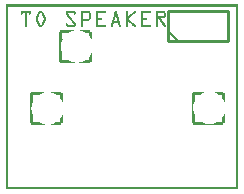
<source format=gto>
G04 MADE WITH FRITZING*
G04 WWW.FRITZING.ORG*
G04 DOUBLE SIDED*
G04 HOLES PLATED*
G04 CONTOUR ON CENTER OF CONTOUR VECTOR*
%ASAXBY*%
%FSLAX23Y23*%
%MOIN*%
%OFA0B0*%
%SFA1.0B1.0*%
%ADD10C,0.010000*%
%ADD11C,0.005000*%
%ADD12R,0.001000X0.001000*%
%LNSILK1*%
G90*
G70*
G54D10*
X540Y495D02*
X740Y495D01*
D02*
X740Y495D02*
X740Y595D01*
D02*
X740Y595D02*
X540Y595D01*
D02*
X540Y595D02*
X540Y495D01*
G54D11*
D02*
X575Y495D02*
X540Y530D01*
G54D12*
X0Y617D02*
X774Y617D01*
X0Y616D02*
X774Y616D01*
X0Y615D02*
X774Y615D01*
X0Y614D02*
X774Y614D01*
X0Y613D02*
X774Y613D01*
X0Y612D02*
X774Y612D01*
X0Y611D02*
X774Y611D01*
X0Y610D02*
X774Y610D01*
X0Y609D02*
X7Y609D01*
X767Y609D02*
X774Y609D01*
X0Y608D02*
X7Y608D01*
X767Y608D02*
X774Y608D01*
X0Y607D02*
X7Y607D01*
X767Y607D02*
X774Y607D01*
X0Y606D02*
X7Y606D01*
X767Y606D02*
X774Y606D01*
X0Y605D02*
X7Y605D01*
X767Y605D02*
X774Y605D01*
X0Y604D02*
X7Y604D01*
X767Y604D02*
X774Y604D01*
X0Y603D02*
X7Y603D01*
X767Y603D02*
X774Y603D01*
X0Y602D02*
X7Y602D01*
X767Y602D02*
X774Y602D01*
X0Y601D02*
X7Y601D01*
X767Y601D02*
X774Y601D01*
X0Y600D02*
X7Y600D01*
X767Y600D02*
X774Y600D01*
X0Y599D02*
X7Y599D01*
X767Y599D02*
X774Y599D01*
X0Y598D02*
X7Y598D01*
X767Y598D02*
X774Y598D01*
X0Y597D02*
X7Y597D01*
X767Y597D02*
X774Y597D01*
X0Y596D02*
X7Y596D01*
X767Y596D02*
X774Y596D01*
X0Y595D02*
X7Y595D01*
X49Y595D02*
X83Y595D01*
X114Y595D02*
X118Y595D01*
X205Y595D02*
X226Y595D01*
X249Y595D02*
X275Y595D01*
X299Y595D02*
X331Y595D01*
X365Y595D02*
X367Y595D01*
X401Y595D02*
X404Y595D01*
X429Y595D02*
X431Y595D01*
X449Y595D02*
X481Y595D01*
X499Y595D02*
X525Y595D01*
X767Y595D02*
X774Y595D01*
X0Y594D02*
X7Y594D01*
X49Y594D02*
X83Y594D01*
X112Y594D02*
X120Y594D01*
X203Y594D02*
X228Y594D01*
X249Y594D02*
X277Y594D01*
X299Y594D02*
X332Y594D01*
X364Y594D02*
X368Y594D01*
X400Y594D02*
X405Y594D01*
X427Y594D02*
X432Y594D01*
X449Y594D02*
X482Y594D01*
X499Y594D02*
X527Y594D01*
X767Y594D02*
X774Y594D01*
X0Y593D02*
X7Y593D01*
X49Y593D02*
X83Y593D01*
X111Y593D02*
X121Y593D01*
X202Y593D02*
X229Y593D01*
X249Y593D02*
X279Y593D01*
X299Y593D02*
X332Y593D01*
X363Y593D02*
X369Y593D01*
X399Y593D02*
X405Y593D01*
X426Y593D02*
X432Y593D01*
X449Y593D02*
X482Y593D01*
X499Y593D02*
X529Y593D01*
X767Y593D02*
X774Y593D01*
X0Y592D02*
X7Y592D01*
X49Y592D02*
X83Y592D01*
X110Y592D02*
X122Y592D01*
X201Y592D02*
X230Y592D01*
X249Y592D02*
X280Y592D01*
X299Y592D02*
X333Y592D01*
X363Y592D02*
X369Y592D01*
X399Y592D02*
X405Y592D01*
X425Y592D02*
X433Y592D01*
X449Y592D02*
X483Y592D01*
X499Y592D02*
X530Y592D01*
X767Y592D02*
X774Y592D01*
X0Y591D02*
X7Y591D01*
X49Y591D02*
X83Y591D01*
X109Y591D02*
X123Y591D01*
X200Y591D02*
X231Y591D01*
X249Y591D02*
X281Y591D01*
X299Y591D02*
X332Y591D01*
X363Y591D02*
X369Y591D01*
X399Y591D02*
X405Y591D01*
X424Y591D02*
X432Y591D01*
X449Y591D02*
X482Y591D01*
X499Y591D02*
X531Y591D01*
X767Y591D02*
X774Y591D01*
X0Y590D02*
X7Y590D01*
X49Y590D02*
X83Y590D01*
X108Y590D02*
X124Y590D01*
X200Y590D02*
X232Y590D01*
X249Y590D02*
X281Y590D01*
X299Y590D02*
X332Y590D01*
X362Y590D02*
X370Y590D01*
X399Y590D02*
X405Y590D01*
X423Y590D02*
X432Y590D01*
X449Y590D02*
X482Y590D01*
X499Y590D02*
X531Y590D01*
X767Y590D02*
X774Y590D01*
X0Y589D02*
X7Y589D01*
X49Y589D02*
X83Y589D01*
X108Y589D02*
X124Y589D01*
X200Y589D02*
X232Y589D01*
X249Y589D02*
X282Y589D01*
X299Y589D02*
X331Y589D01*
X362Y589D02*
X370Y589D01*
X399Y589D02*
X405Y589D01*
X422Y589D02*
X431Y589D01*
X449Y589D02*
X481Y589D01*
X499Y589D02*
X532Y589D01*
X767Y589D02*
X774Y589D01*
X0Y588D02*
X7Y588D01*
X49Y588D02*
X55Y588D01*
X63Y588D02*
X69Y588D01*
X77Y588D02*
X83Y588D01*
X107Y588D02*
X114Y588D01*
X118Y588D02*
X125Y588D01*
X199Y588D02*
X206Y588D01*
X226Y588D02*
X232Y588D01*
X249Y588D02*
X255Y588D01*
X275Y588D02*
X282Y588D01*
X299Y588D02*
X305Y588D01*
X362Y588D02*
X370Y588D01*
X399Y588D02*
X405Y588D01*
X420Y588D02*
X430Y588D01*
X449Y588D02*
X455Y588D01*
X499Y588D02*
X505Y588D01*
X525Y588D02*
X532Y588D01*
X767Y588D02*
X774Y588D01*
X0Y587D02*
X7Y587D01*
X49Y587D02*
X55Y587D01*
X63Y587D02*
X69Y587D01*
X77Y587D02*
X83Y587D01*
X107Y587D02*
X113Y587D01*
X119Y587D02*
X125Y587D01*
X199Y587D02*
X205Y587D01*
X226Y587D02*
X233Y587D01*
X249Y587D02*
X255Y587D01*
X276Y587D02*
X282Y587D01*
X299Y587D02*
X305Y587D01*
X362Y587D02*
X371Y587D01*
X399Y587D02*
X405Y587D01*
X419Y587D02*
X429Y587D01*
X449Y587D02*
X455Y587D01*
X499Y587D02*
X505Y587D01*
X526Y587D02*
X532Y587D01*
X767Y587D02*
X774Y587D01*
X0Y586D02*
X7Y586D01*
X49Y586D02*
X55Y586D01*
X63Y586D02*
X69Y586D01*
X77Y586D02*
X83Y586D01*
X106Y586D02*
X113Y586D01*
X119Y586D02*
X126Y586D01*
X199Y586D02*
X206Y586D01*
X227Y586D02*
X233Y586D01*
X249Y586D02*
X255Y586D01*
X276Y586D02*
X283Y586D01*
X299Y586D02*
X305Y586D01*
X361Y586D02*
X371Y586D01*
X399Y586D02*
X405Y586D01*
X418Y586D02*
X428Y586D01*
X449Y586D02*
X455Y586D01*
X499Y586D02*
X505Y586D01*
X527Y586D02*
X533Y586D01*
X767Y586D02*
X774Y586D01*
X0Y585D02*
X7Y585D01*
X49Y585D02*
X55Y585D01*
X63Y585D02*
X69Y585D01*
X77Y585D02*
X83Y585D01*
X106Y585D02*
X112Y585D01*
X120Y585D02*
X126Y585D01*
X200Y585D02*
X207Y585D01*
X227Y585D02*
X232Y585D01*
X249Y585D02*
X255Y585D01*
X277Y585D02*
X283Y585D01*
X299Y585D02*
X305Y585D01*
X361Y585D02*
X371Y585D01*
X399Y585D02*
X405Y585D01*
X417Y585D02*
X427Y585D01*
X449Y585D02*
X455Y585D01*
X499Y585D02*
X505Y585D01*
X527Y585D02*
X533Y585D01*
X767Y585D02*
X774Y585D01*
X0Y584D02*
X7Y584D01*
X50Y584D02*
X55Y584D01*
X63Y584D02*
X69Y584D01*
X77Y584D02*
X82Y584D01*
X105Y584D02*
X112Y584D01*
X120Y584D02*
X127Y584D01*
X200Y584D02*
X208Y584D01*
X227Y584D02*
X232Y584D01*
X249Y584D02*
X255Y584D01*
X277Y584D02*
X283Y584D01*
X299Y584D02*
X305Y584D01*
X361Y584D02*
X371Y584D01*
X399Y584D02*
X405Y584D01*
X416Y584D02*
X425Y584D01*
X449Y584D02*
X455Y584D01*
X499Y584D02*
X505Y584D01*
X527Y584D02*
X533Y584D01*
X767Y584D02*
X774Y584D01*
X0Y583D02*
X7Y583D01*
X51Y583D02*
X54Y583D01*
X63Y583D02*
X69Y583D01*
X78Y583D02*
X81Y583D01*
X105Y583D02*
X111Y583D01*
X121Y583D02*
X127Y583D01*
X201Y583D02*
X208Y583D01*
X228Y583D02*
X231Y583D01*
X249Y583D02*
X255Y583D01*
X277Y583D02*
X283Y583D01*
X299Y583D02*
X305Y583D01*
X360Y583D02*
X372Y583D01*
X399Y583D02*
X405Y583D01*
X415Y583D02*
X424Y583D01*
X449Y583D02*
X455Y583D01*
X499Y583D02*
X505Y583D01*
X527Y583D02*
X533Y583D01*
X767Y583D02*
X774Y583D01*
X0Y582D02*
X7Y582D01*
X63Y582D02*
X69Y582D01*
X104Y582D02*
X111Y582D01*
X121Y582D02*
X128Y582D01*
X202Y582D02*
X209Y582D01*
X249Y582D02*
X255Y582D01*
X277Y582D02*
X283Y582D01*
X299Y582D02*
X305Y582D01*
X360Y582D02*
X372Y582D01*
X399Y582D02*
X405Y582D01*
X413Y582D02*
X423Y582D01*
X449Y582D02*
X455Y582D01*
X499Y582D02*
X505Y582D01*
X527Y582D02*
X533Y582D01*
X767Y582D02*
X774Y582D01*
X0Y581D02*
X7Y581D01*
X63Y581D02*
X69Y581D01*
X104Y581D02*
X110Y581D01*
X122Y581D02*
X128Y581D01*
X202Y581D02*
X210Y581D01*
X249Y581D02*
X255Y581D01*
X277Y581D02*
X283Y581D01*
X299Y581D02*
X305Y581D01*
X360Y581D02*
X372Y581D01*
X399Y581D02*
X405Y581D01*
X412Y581D02*
X422Y581D01*
X449Y581D02*
X455Y581D01*
X499Y581D02*
X505Y581D01*
X527Y581D02*
X533Y581D01*
X767Y581D02*
X774Y581D01*
X0Y580D02*
X7Y580D01*
X63Y580D02*
X69Y580D01*
X103Y580D02*
X110Y580D01*
X122Y580D02*
X129Y580D01*
X203Y580D02*
X211Y580D01*
X249Y580D02*
X255Y580D01*
X277Y580D02*
X283Y580D01*
X299Y580D02*
X305Y580D01*
X360Y580D02*
X373Y580D01*
X399Y580D02*
X405Y580D01*
X411Y580D02*
X421Y580D01*
X449Y580D02*
X455Y580D01*
X499Y580D02*
X505Y580D01*
X527Y580D02*
X533Y580D01*
X767Y580D02*
X774Y580D01*
X0Y579D02*
X7Y579D01*
X63Y579D02*
X69Y579D01*
X103Y579D02*
X109Y579D01*
X123Y579D02*
X129Y579D01*
X204Y579D02*
X212Y579D01*
X249Y579D02*
X255Y579D01*
X277Y579D02*
X283Y579D01*
X299Y579D02*
X305Y579D01*
X359Y579D02*
X373Y579D01*
X399Y579D02*
X405Y579D01*
X410Y579D02*
X419Y579D01*
X449Y579D02*
X455Y579D01*
X499Y579D02*
X505Y579D01*
X526Y579D02*
X532Y579D01*
X767Y579D02*
X774Y579D01*
X0Y578D02*
X7Y578D01*
X63Y578D02*
X69Y578D01*
X102Y578D02*
X109Y578D01*
X123Y578D02*
X130Y578D01*
X205Y578D02*
X212Y578D01*
X249Y578D02*
X255Y578D01*
X277Y578D02*
X283Y578D01*
X299Y578D02*
X305Y578D01*
X359Y578D02*
X365Y578D01*
X367Y578D02*
X373Y578D01*
X399Y578D02*
X405Y578D01*
X409Y578D02*
X418Y578D01*
X449Y578D02*
X455Y578D01*
X499Y578D02*
X505Y578D01*
X525Y578D02*
X532Y578D01*
X767Y578D02*
X774Y578D01*
X0Y577D02*
X7Y577D01*
X63Y577D02*
X69Y577D01*
X102Y577D02*
X108Y577D01*
X124Y577D02*
X130Y577D01*
X205Y577D02*
X213Y577D01*
X249Y577D02*
X255Y577D01*
X277Y577D02*
X283Y577D01*
X299Y577D02*
X305Y577D01*
X359Y577D02*
X365Y577D01*
X367Y577D02*
X373Y577D01*
X399Y577D02*
X405Y577D01*
X407Y577D02*
X417Y577D01*
X449Y577D02*
X455Y577D01*
X499Y577D02*
X532Y577D01*
X767Y577D02*
X774Y577D01*
X0Y576D02*
X7Y576D01*
X63Y576D02*
X69Y576D01*
X101Y576D02*
X108Y576D01*
X124Y576D02*
X131Y576D01*
X206Y576D02*
X214Y576D01*
X249Y576D02*
X255Y576D01*
X277Y576D02*
X283Y576D01*
X299Y576D02*
X305Y576D01*
X358Y576D02*
X365Y576D01*
X367Y576D02*
X374Y576D01*
X399Y576D02*
X416Y576D01*
X449Y576D02*
X455Y576D01*
X499Y576D02*
X532Y576D01*
X767Y576D02*
X774Y576D01*
X0Y575D02*
X7Y575D01*
X63Y575D02*
X69Y575D01*
X101Y575D02*
X107Y575D01*
X125Y575D02*
X131Y575D01*
X207Y575D02*
X215Y575D01*
X249Y575D02*
X255Y575D01*
X277Y575D02*
X283Y575D01*
X299Y575D02*
X305Y575D01*
X358Y575D02*
X364Y575D01*
X368Y575D02*
X374Y575D01*
X399Y575D02*
X415Y575D01*
X449Y575D02*
X455Y575D01*
X499Y575D02*
X531Y575D01*
X767Y575D02*
X774Y575D01*
X0Y574D02*
X7Y574D01*
X63Y574D02*
X69Y574D01*
X100Y574D02*
X107Y574D01*
X125Y574D02*
X132Y574D01*
X208Y574D02*
X215Y574D01*
X249Y574D02*
X255Y574D01*
X277Y574D02*
X283Y574D01*
X299Y574D02*
X305Y574D01*
X358Y574D02*
X364Y574D01*
X368Y574D02*
X374Y574D01*
X399Y574D02*
X414Y574D01*
X449Y574D02*
X455Y574D01*
X499Y574D02*
X530Y574D01*
X767Y574D02*
X774Y574D01*
X0Y573D02*
X7Y573D01*
X63Y573D02*
X69Y573D01*
X100Y573D02*
X107Y573D01*
X125Y573D02*
X132Y573D01*
X208Y573D02*
X216Y573D01*
X249Y573D02*
X255Y573D01*
X277Y573D02*
X283Y573D01*
X299Y573D02*
X305Y573D01*
X358Y573D02*
X364Y573D01*
X368Y573D02*
X375Y573D01*
X399Y573D02*
X412Y573D01*
X449Y573D02*
X455Y573D01*
X499Y573D02*
X529Y573D01*
X767Y573D02*
X774Y573D01*
X0Y572D02*
X7Y572D01*
X63Y572D02*
X69Y572D01*
X100Y572D02*
X106Y572D01*
X126Y572D02*
X132Y572D01*
X209Y572D02*
X217Y572D01*
X249Y572D02*
X255Y572D01*
X277Y572D02*
X283Y572D01*
X299Y572D02*
X306Y572D01*
X357Y572D02*
X363Y572D01*
X369Y572D02*
X375Y572D01*
X399Y572D02*
X411Y572D01*
X449Y572D02*
X456Y572D01*
X499Y572D02*
X527Y572D01*
X767Y572D02*
X774Y572D01*
X0Y571D02*
X7Y571D01*
X63Y571D02*
X69Y571D01*
X100Y571D02*
X106Y571D01*
X126Y571D02*
X132Y571D01*
X210Y571D02*
X218Y571D01*
X249Y571D02*
X255Y571D01*
X276Y571D02*
X282Y571D01*
X299Y571D02*
X318Y571D01*
X357Y571D02*
X363Y571D01*
X369Y571D02*
X375Y571D01*
X399Y571D02*
X410Y571D01*
X449Y571D02*
X468Y571D01*
X499Y571D02*
X524Y571D01*
X767Y571D02*
X774Y571D01*
X0Y570D02*
X7Y570D01*
X63Y570D02*
X69Y570D01*
X99Y570D02*
X105Y570D01*
X127Y570D02*
X133Y570D01*
X211Y570D02*
X219Y570D01*
X249Y570D02*
X255Y570D01*
X276Y570D02*
X282Y570D01*
X299Y570D02*
X319Y570D01*
X357Y570D02*
X363Y570D01*
X369Y570D02*
X375Y570D01*
X399Y570D02*
X409Y570D01*
X449Y570D02*
X469Y570D01*
X499Y570D02*
X505Y570D01*
X508Y570D02*
X516Y570D01*
X767Y570D02*
X774Y570D01*
X0Y569D02*
X7Y569D01*
X63Y569D02*
X69Y569D01*
X99Y569D02*
X105Y569D01*
X127Y569D02*
X133Y569D01*
X212Y569D02*
X219Y569D01*
X249Y569D02*
X255Y569D01*
X274Y569D02*
X282Y569D01*
X299Y569D02*
X319Y569D01*
X356Y569D02*
X363Y569D01*
X369Y569D02*
X376Y569D01*
X399Y569D02*
X408Y569D01*
X449Y569D02*
X469Y569D01*
X499Y569D02*
X505Y569D01*
X509Y569D02*
X516Y569D01*
X767Y569D02*
X774Y569D01*
X0Y568D02*
X7Y568D01*
X63Y568D02*
X69Y568D01*
X99Y568D02*
X105Y568D01*
X127Y568D02*
X133Y568D01*
X212Y568D02*
X220Y568D01*
X249Y568D02*
X282Y568D01*
X299Y568D02*
X319Y568D01*
X356Y568D02*
X362Y568D01*
X370Y568D02*
X376Y568D01*
X399Y568D02*
X408Y568D01*
X449Y568D02*
X469Y568D01*
X499Y568D02*
X505Y568D01*
X510Y568D02*
X517Y568D01*
X767Y568D02*
X774Y568D01*
X0Y567D02*
X7Y567D01*
X63Y567D02*
X69Y567D01*
X99Y567D02*
X105Y567D01*
X127Y567D02*
X133Y567D01*
X213Y567D02*
X221Y567D01*
X249Y567D02*
X281Y567D01*
X299Y567D02*
X319Y567D01*
X356Y567D02*
X362Y567D01*
X370Y567D02*
X376Y567D01*
X399Y567D02*
X409Y567D01*
X449Y567D02*
X469Y567D01*
X499Y567D02*
X505Y567D01*
X510Y567D02*
X518Y567D01*
X767Y567D02*
X774Y567D01*
X0Y566D02*
X7Y566D01*
X63Y566D02*
X69Y566D01*
X100Y566D02*
X106Y566D01*
X126Y566D02*
X132Y566D01*
X214Y566D02*
X222Y566D01*
X249Y566D02*
X280Y566D01*
X299Y566D02*
X318Y566D01*
X355Y566D02*
X362Y566D01*
X370Y566D02*
X377Y566D01*
X399Y566D02*
X410Y566D01*
X449Y566D02*
X468Y566D01*
X499Y566D02*
X505Y566D01*
X511Y566D02*
X519Y566D01*
X767Y566D02*
X774Y566D01*
X0Y565D02*
X7Y565D01*
X63Y565D02*
X69Y565D01*
X100Y565D02*
X106Y565D01*
X126Y565D02*
X132Y565D01*
X215Y565D02*
X222Y565D01*
X249Y565D02*
X280Y565D01*
X299Y565D02*
X316Y565D01*
X355Y565D02*
X361Y565D01*
X371Y565D02*
X377Y565D01*
X399Y565D02*
X411Y565D01*
X449Y565D02*
X466Y565D01*
X499Y565D02*
X505Y565D01*
X512Y565D02*
X519Y565D01*
X767Y565D02*
X774Y565D01*
X0Y564D02*
X7Y564D01*
X63Y564D02*
X69Y564D01*
X100Y564D02*
X106Y564D01*
X126Y564D02*
X132Y564D01*
X216Y564D02*
X223Y564D01*
X249Y564D02*
X278Y564D01*
X299Y564D02*
X305Y564D01*
X355Y564D02*
X361Y564D01*
X371Y564D02*
X377Y564D01*
X399Y564D02*
X412Y564D01*
X449Y564D02*
X455Y564D01*
X499Y564D02*
X505Y564D01*
X513Y564D02*
X520Y564D01*
X767Y564D02*
X774Y564D01*
X0Y563D02*
X7Y563D01*
X63Y563D02*
X69Y563D01*
X100Y563D02*
X107Y563D01*
X125Y563D02*
X132Y563D01*
X216Y563D02*
X224Y563D01*
X249Y563D02*
X277Y563D01*
X299Y563D02*
X305Y563D01*
X355Y563D02*
X361Y563D01*
X371Y563D02*
X377Y563D01*
X399Y563D02*
X413Y563D01*
X449Y563D02*
X455Y563D01*
X499Y563D02*
X505Y563D01*
X513Y563D02*
X521Y563D01*
X767Y563D02*
X774Y563D01*
X0Y562D02*
X7Y562D01*
X63Y562D02*
X69Y562D01*
X101Y562D02*
X107Y562D01*
X125Y562D02*
X131Y562D01*
X217Y562D02*
X225Y562D01*
X249Y562D02*
X274Y562D01*
X299Y562D02*
X305Y562D01*
X354Y562D02*
X361Y562D01*
X371Y562D02*
X378Y562D01*
X399Y562D02*
X415Y562D01*
X449Y562D02*
X455Y562D01*
X499Y562D02*
X505Y562D01*
X514Y562D02*
X521Y562D01*
X767Y562D02*
X774Y562D01*
X0Y561D02*
X7Y561D01*
X63Y561D02*
X69Y561D01*
X101Y561D02*
X108Y561D01*
X124Y561D02*
X131Y561D01*
X218Y561D02*
X226Y561D01*
X249Y561D02*
X255Y561D01*
X299Y561D02*
X305Y561D01*
X354Y561D02*
X360Y561D01*
X372Y561D02*
X378Y561D01*
X399Y561D02*
X416Y561D01*
X449Y561D02*
X455Y561D01*
X499Y561D02*
X505Y561D01*
X515Y561D02*
X522Y561D01*
X767Y561D02*
X774Y561D01*
X0Y560D02*
X7Y560D01*
X63Y560D02*
X69Y560D01*
X102Y560D02*
X108Y560D01*
X124Y560D02*
X130Y560D01*
X219Y560D02*
X226Y560D01*
X249Y560D02*
X255Y560D01*
X299Y560D02*
X305Y560D01*
X354Y560D02*
X378Y560D01*
X399Y560D02*
X405Y560D01*
X407Y560D02*
X417Y560D01*
X449Y560D02*
X455Y560D01*
X499Y560D02*
X505Y560D01*
X515Y560D02*
X523Y560D01*
X767Y560D02*
X774Y560D01*
X0Y559D02*
X7Y559D01*
X63Y559D02*
X69Y559D01*
X102Y559D02*
X109Y559D01*
X123Y559D02*
X130Y559D01*
X219Y559D02*
X227Y559D01*
X249Y559D02*
X255Y559D01*
X299Y559D02*
X305Y559D01*
X353Y559D02*
X379Y559D01*
X399Y559D02*
X405Y559D01*
X409Y559D02*
X418Y559D01*
X449Y559D02*
X455Y559D01*
X499Y559D02*
X505Y559D01*
X516Y559D02*
X523Y559D01*
X767Y559D02*
X774Y559D01*
X0Y558D02*
X7Y558D01*
X63Y558D02*
X69Y558D01*
X103Y558D02*
X109Y558D01*
X123Y558D02*
X129Y558D01*
X220Y558D02*
X228Y558D01*
X249Y558D02*
X255Y558D01*
X299Y558D02*
X305Y558D01*
X353Y558D02*
X379Y558D01*
X399Y558D02*
X405Y558D01*
X410Y558D02*
X419Y558D01*
X449Y558D02*
X455Y558D01*
X499Y558D02*
X505Y558D01*
X517Y558D02*
X524Y558D01*
X767Y558D02*
X774Y558D01*
X0Y557D02*
X7Y557D01*
X63Y557D02*
X69Y557D01*
X103Y557D02*
X110Y557D01*
X122Y557D02*
X129Y557D01*
X221Y557D02*
X229Y557D01*
X249Y557D02*
X255Y557D01*
X299Y557D02*
X305Y557D01*
X353Y557D02*
X379Y557D01*
X399Y557D02*
X405Y557D01*
X411Y557D02*
X420Y557D01*
X449Y557D02*
X455Y557D01*
X499Y557D02*
X505Y557D01*
X517Y557D02*
X525Y557D01*
X767Y557D02*
X774Y557D01*
X0Y556D02*
X7Y556D01*
X63Y556D02*
X69Y556D01*
X104Y556D02*
X110Y556D01*
X122Y556D02*
X128Y556D01*
X222Y556D02*
X229Y556D01*
X249Y556D02*
X255Y556D01*
X299Y556D02*
X305Y556D01*
X353Y556D02*
X379Y556D01*
X399Y556D02*
X405Y556D01*
X412Y556D02*
X422Y556D01*
X449Y556D02*
X455Y556D01*
X499Y556D02*
X505Y556D01*
X518Y556D02*
X526Y556D01*
X767Y556D02*
X774Y556D01*
X0Y555D02*
X7Y555D01*
X63Y555D02*
X69Y555D01*
X104Y555D02*
X111Y555D01*
X121Y555D02*
X128Y555D01*
X223Y555D02*
X230Y555D01*
X249Y555D02*
X255Y555D01*
X299Y555D02*
X305Y555D01*
X352Y555D02*
X380Y555D01*
X399Y555D02*
X405Y555D01*
X413Y555D02*
X423Y555D01*
X449Y555D02*
X455Y555D01*
X499Y555D02*
X505Y555D01*
X519Y555D02*
X526Y555D01*
X767Y555D02*
X774Y555D01*
X0Y554D02*
X7Y554D01*
X63Y554D02*
X69Y554D01*
X105Y554D02*
X111Y554D01*
X121Y554D02*
X127Y554D01*
X202Y554D02*
X203Y554D01*
X223Y554D02*
X231Y554D01*
X249Y554D02*
X255Y554D01*
X299Y554D02*
X305Y554D01*
X352Y554D02*
X380Y554D01*
X399Y554D02*
X405Y554D01*
X414Y554D02*
X424Y554D01*
X449Y554D02*
X455Y554D01*
X499Y554D02*
X505Y554D01*
X520Y554D02*
X527Y554D01*
X767Y554D02*
X774Y554D01*
X0Y553D02*
X7Y553D01*
X63Y553D02*
X69Y553D01*
X105Y553D02*
X112Y553D01*
X120Y553D02*
X127Y553D01*
X200Y553D02*
X204Y553D01*
X224Y553D02*
X232Y553D01*
X249Y553D02*
X255Y553D01*
X299Y553D02*
X305Y553D01*
X352Y553D02*
X358Y553D01*
X374Y553D02*
X380Y553D01*
X399Y553D02*
X405Y553D01*
X416Y553D02*
X425Y553D01*
X449Y553D02*
X455Y553D01*
X499Y553D02*
X505Y553D01*
X520Y553D02*
X528Y553D01*
X767Y553D02*
X774Y553D01*
X0Y552D02*
X7Y552D01*
X63Y552D02*
X69Y552D01*
X106Y552D02*
X112Y552D01*
X120Y552D02*
X126Y552D01*
X200Y552D02*
X205Y552D01*
X225Y552D02*
X232Y552D01*
X249Y552D02*
X255Y552D01*
X299Y552D02*
X305Y552D01*
X351Y552D02*
X358Y552D01*
X374Y552D02*
X381Y552D01*
X399Y552D02*
X405Y552D01*
X417Y552D02*
X426Y552D01*
X449Y552D02*
X455Y552D01*
X499Y552D02*
X505Y552D01*
X521Y552D02*
X528Y552D01*
X767Y552D02*
X774Y552D01*
X0Y551D02*
X7Y551D01*
X63Y551D02*
X69Y551D01*
X106Y551D02*
X113Y551D01*
X119Y551D02*
X126Y551D01*
X199Y551D02*
X205Y551D01*
X226Y551D02*
X232Y551D01*
X249Y551D02*
X255Y551D01*
X299Y551D02*
X305Y551D01*
X351Y551D02*
X357Y551D01*
X375Y551D02*
X381Y551D01*
X399Y551D02*
X405Y551D01*
X418Y551D02*
X427Y551D01*
X449Y551D02*
X455Y551D01*
X499Y551D02*
X505Y551D01*
X522Y551D02*
X529Y551D01*
X767Y551D02*
X774Y551D01*
X0Y550D02*
X7Y550D01*
X63Y550D02*
X69Y550D01*
X107Y550D02*
X113Y550D01*
X119Y550D02*
X125Y550D01*
X199Y550D02*
X205Y550D01*
X226Y550D02*
X233Y550D01*
X249Y550D02*
X255Y550D01*
X299Y550D02*
X305Y550D01*
X351Y550D02*
X357Y550D01*
X375Y550D02*
X381Y550D01*
X399Y550D02*
X405Y550D01*
X419Y550D02*
X429Y550D01*
X449Y550D02*
X455Y550D01*
X499Y550D02*
X505Y550D01*
X522Y550D02*
X530Y550D01*
X767Y550D02*
X774Y550D01*
X0Y549D02*
X7Y549D01*
X63Y549D02*
X69Y549D01*
X107Y549D02*
X114Y549D01*
X118Y549D02*
X125Y549D01*
X199Y549D02*
X206Y549D01*
X227Y549D02*
X233Y549D01*
X249Y549D02*
X255Y549D01*
X299Y549D02*
X305Y549D01*
X351Y549D02*
X357Y549D01*
X375Y549D02*
X381Y549D01*
X399Y549D02*
X405Y549D01*
X420Y549D02*
X430Y549D01*
X449Y549D02*
X455Y549D01*
X499Y549D02*
X505Y549D01*
X523Y549D02*
X530Y549D01*
X767Y549D02*
X774Y549D01*
X0Y548D02*
X7Y548D01*
X63Y548D02*
X69Y548D01*
X108Y548D02*
X124Y548D01*
X200Y548D02*
X233Y548D01*
X249Y548D02*
X255Y548D01*
X299Y548D02*
X331Y548D01*
X350Y548D02*
X356Y548D01*
X376Y548D02*
X382Y548D01*
X399Y548D02*
X405Y548D01*
X421Y548D02*
X431Y548D01*
X449Y548D02*
X481Y548D01*
X499Y548D02*
X505Y548D01*
X524Y548D02*
X531Y548D01*
X767Y548D02*
X774Y548D01*
X0Y547D02*
X7Y547D01*
X63Y547D02*
X69Y547D01*
X108Y547D02*
X124Y547D01*
X200Y547D02*
X232Y547D01*
X249Y547D02*
X255Y547D01*
X299Y547D02*
X332Y547D01*
X350Y547D02*
X356Y547D01*
X376Y547D02*
X382Y547D01*
X399Y547D02*
X405Y547D01*
X422Y547D02*
X432Y547D01*
X449Y547D02*
X482Y547D01*
X499Y547D02*
X505Y547D01*
X524Y547D02*
X532Y547D01*
X767Y547D02*
X774Y547D01*
X0Y546D02*
X7Y546D01*
X63Y546D02*
X69Y546D01*
X109Y546D02*
X123Y546D01*
X201Y546D02*
X232Y546D01*
X249Y546D02*
X255Y546D01*
X299Y546D02*
X332Y546D01*
X350Y546D02*
X356Y546D01*
X376Y546D02*
X382Y546D01*
X399Y546D02*
X405Y546D01*
X424Y546D02*
X432Y546D01*
X449Y546D02*
X482Y546D01*
X499Y546D02*
X505Y546D01*
X525Y546D02*
X532Y546D01*
X767Y546D02*
X774Y546D01*
X0Y545D02*
X7Y545D01*
X63Y545D02*
X69Y545D01*
X109Y545D02*
X123Y545D01*
X201Y545D02*
X231Y545D01*
X249Y545D02*
X255Y545D01*
X299Y545D02*
X333Y545D01*
X349Y545D02*
X356Y545D01*
X376Y545D02*
X383Y545D01*
X399Y545D02*
X405Y545D01*
X425Y545D02*
X433Y545D01*
X449Y545D02*
X483Y545D01*
X499Y545D02*
X505Y545D01*
X526Y545D02*
X533Y545D01*
X767Y545D02*
X774Y545D01*
X0Y544D02*
X7Y544D01*
X63Y544D02*
X69Y544D01*
X110Y544D02*
X122Y544D01*
X202Y544D02*
X231Y544D01*
X249Y544D02*
X255Y544D01*
X299Y544D02*
X332Y544D01*
X349Y544D02*
X355Y544D01*
X377Y544D02*
X383Y544D01*
X399Y544D02*
X405Y544D01*
X426Y544D02*
X432Y544D01*
X449Y544D02*
X482Y544D01*
X499Y544D02*
X505Y544D01*
X527Y544D02*
X532Y544D01*
X767Y544D02*
X774Y544D01*
X0Y543D02*
X7Y543D01*
X63Y543D02*
X69Y543D01*
X112Y543D02*
X120Y543D01*
X204Y543D02*
X229Y543D01*
X250Y543D02*
X255Y543D01*
X299Y543D02*
X332Y543D01*
X350Y543D02*
X355Y543D01*
X377Y543D02*
X382Y543D01*
X400Y543D02*
X405Y543D01*
X427Y543D02*
X432Y543D01*
X449Y543D02*
X482Y543D01*
X500Y543D02*
X505Y543D01*
X527Y543D02*
X532Y543D01*
X767Y543D02*
X774Y543D01*
X0Y542D02*
X7Y542D01*
X64Y542D02*
X68Y542D01*
X113Y542D02*
X119Y542D01*
X206Y542D02*
X227Y542D01*
X251Y542D02*
X254Y542D01*
X299Y542D02*
X331Y542D01*
X351Y542D02*
X353Y542D01*
X378Y542D02*
X381Y542D01*
X401Y542D02*
X404Y542D01*
X429Y542D02*
X431Y542D01*
X449Y542D02*
X481Y542D01*
X501Y542D02*
X504Y542D01*
X528Y542D02*
X531Y542D01*
X767Y542D02*
X774Y542D01*
X0Y541D02*
X7Y541D01*
X767Y541D02*
X774Y541D01*
X0Y540D02*
X7Y540D01*
X767Y540D02*
X774Y540D01*
X0Y539D02*
X7Y539D01*
X767Y539D02*
X774Y539D01*
X0Y538D02*
X7Y538D01*
X767Y538D02*
X774Y538D01*
X0Y537D02*
X7Y537D01*
X767Y537D02*
X774Y537D01*
X0Y536D02*
X7Y536D01*
X767Y536D02*
X774Y536D01*
X0Y535D02*
X7Y535D01*
X767Y535D02*
X774Y535D01*
X0Y534D02*
X7Y534D01*
X767Y534D02*
X774Y534D01*
X0Y533D02*
X7Y533D01*
X767Y533D02*
X774Y533D01*
X0Y532D02*
X7Y532D01*
X767Y532D02*
X774Y532D01*
X0Y531D02*
X7Y531D01*
X182Y531D02*
X232Y531D01*
X242Y531D02*
X281Y531D01*
X767Y531D02*
X774Y531D01*
X0Y530D02*
X7Y530D01*
X182Y530D02*
X225Y530D01*
X248Y530D02*
X281Y530D01*
X767Y530D02*
X774Y530D01*
X0Y529D02*
X7Y529D01*
X182Y529D02*
X222Y529D01*
X251Y529D02*
X281Y529D01*
X767Y529D02*
X774Y529D01*
X0Y528D02*
X7Y528D01*
X182Y528D02*
X219Y528D01*
X254Y528D02*
X281Y528D01*
X767Y528D02*
X774Y528D01*
X0Y527D02*
X7Y527D01*
X182Y527D02*
X217Y527D01*
X257Y527D02*
X281Y527D01*
X767Y527D02*
X774Y527D01*
X0Y526D02*
X7Y526D01*
X177Y526D02*
X214Y526D01*
X259Y526D02*
X286Y526D01*
X767Y526D02*
X774Y526D01*
X0Y525D02*
X7Y525D01*
X177Y525D02*
X212Y525D01*
X261Y525D02*
X286Y525D01*
X767Y525D02*
X774Y525D01*
X0Y524D02*
X7Y524D01*
X177Y524D02*
X211Y524D01*
X263Y524D02*
X286Y524D01*
X767Y524D02*
X774Y524D01*
X0Y523D02*
X7Y523D01*
X177Y523D02*
X209Y523D01*
X264Y523D02*
X286Y523D01*
X767Y523D02*
X774Y523D01*
X0Y522D02*
X7Y522D01*
X177Y522D02*
X207Y522D01*
X266Y522D02*
X286Y522D01*
X767Y522D02*
X774Y522D01*
X0Y521D02*
X7Y521D01*
X177Y521D02*
X186Y521D01*
X277Y521D02*
X286Y521D01*
X767Y521D02*
X774Y521D01*
X0Y520D02*
X7Y520D01*
X177Y520D02*
X186Y520D01*
X277Y520D02*
X286Y520D01*
X767Y520D02*
X774Y520D01*
X0Y519D02*
X7Y519D01*
X177Y519D02*
X186Y519D01*
X277Y519D02*
X286Y519D01*
X767Y519D02*
X774Y519D01*
X0Y518D02*
X7Y518D01*
X177Y518D02*
X186Y518D01*
X277Y518D02*
X286Y518D01*
X767Y518D02*
X774Y518D01*
X0Y517D02*
X7Y517D01*
X177Y517D02*
X186Y517D01*
X277Y517D02*
X286Y517D01*
X767Y517D02*
X774Y517D01*
X0Y516D02*
X7Y516D01*
X177Y516D02*
X186Y516D01*
X277Y516D02*
X286Y516D01*
X767Y516D02*
X774Y516D01*
X0Y515D02*
X7Y515D01*
X177Y515D02*
X186Y515D01*
X277Y515D02*
X286Y515D01*
X767Y515D02*
X774Y515D01*
X0Y514D02*
X7Y514D01*
X177Y514D02*
X186Y514D01*
X277Y514D02*
X286Y514D01*
X767Y514D02*
X774Y514D01*
X0Y513D02*
X7Y513D01*
X177Y513D02*
X186Y513D01*
X277Y513D02*
X286Y513D01*
X767Y513D02*
X774Y513D01*
X0Y512D02*
X7Y512D01*
X177Y512D02*
X186Y512D01*
X277Y512D02*
X286Y512D01*
X767Y512D02*
X774Y512D01*
X0Y511D02*
X7Y511D01*
X177Y511D02*
X186Y511D01*
X278Y511D02*
X286Y511D01*
X767Y511D02*
X774Y511D01*
X0Y510D02*
X7Y510D01*
X177Y510D02*
X186Y510D01*
X279Y510D02*
X286Y510D01*
X767Y510D02*
X774Y510D01*
X0Y509D02*
X7Y509D01*
X177Y509D02*
X186Y509D01*
X280Y509D02*
X286Y509D01*
X767Y509D02*
X774Y509D01*
X0Y508D02*
X7Y508D01*
X177Y508D02*
X186Y508D01*
X280Y508D02*
X286Y508D01*
X767Y508D02*
X774Y508D01*
X0Y507D02*
X7Y507D01*
X177Y507D02*
X186Y507D01*
X281Y507D02*
X286Y507D01*
X767Y507D02*
X774Y507D01*
X0Y506D02*
X7Y506D01*
X177Y506D02*
X186Y506D01*
X282Y506D02*
X286Y506D01*
X767Y506D02*
X774Y506D01*
X0Y505D02*
X7Y505D01*
X177Y505D02*
X186Y505D01*
X283Y505D02*
X286Y505D01*
X767Y505D02*
X774Y505D01*
X0Y504D02*
X7Y504D01*
X177Y504D02*
X186Y504D01*
X283Y504D02*
X286Y504D01*
X767Y504D02*
X774Y504D01*
X0Y503D02*
X7Y503D01*
X177Y503D02*
X186Y503D01*
X284Y503D02*
X286Y503D01*
X767Y503D02*
X774Y503D01*
X0Y502D02*
X7Y502D01*
X177Y502D02*
X186Y502D01*
X189Y502D02*
X189Y502D01*
X284Y502D02*
X286Y502D01*
X767Y502D02*
X774Y502D01*
X0Y501D02*
X7Y501D01*
X177Y501D02*
X186Y501D01*
X188Y501D02*
X188Y501D01*
X285Y501D02*
X286Y501D01*
X767Y501D02*
X774Y501D01*
X0Y500D02*
X7Y500D01*
X177Y500D02*
X188Y500D01*
X286Y500D02*
X286Y500D01*
X767Y500D02*
X774Y500D01*
X0Y499D02*
X7Y499D01*
X177Y499D02*
X187Y499D01*
X286Y499D02*
X286Y499D01*
X767Y499D02*
X774Y499D01*
X0Y498D02*
X7Y498D01*
X177Y498D02*
X187Y498D01*
X767Y498D02*
X774Y498D01*
X0Y497D02*
X7Y497D01*
X177Y497D02*
X186Y497D01*
X767Y497D02*
X774Y497D01*
X0Y496D02*
X7Y496D01*
X177Y496D02*
X186Y496D01*
X767Y496D02*
X774Y496D01*
X0Y495D02*
X7Y495D01*
X177Y495D02*
X185Y495D01*
X767Y495D02*
X774Y495D01*
X0Y494D02*
X7Y494D01*
X177Y494D02*
X185Y494D01*
X767Y494D02*
X774Y494D01*
X0Y493D02*
X7Y493D01*
X177Y493D02*
X185Y493D01*
X767Y493D02*
X774Y493D01*
X0Y492D02*
X7Y492D01*
X177Y492D02*
X184Y492D01*
X767Y492D02*
X774Y492D01*
X0Y491D02*
X7Y491D01*
X177Y491D02*
X184Y491D01*
X767Y491D02*
X774Y491D01*
X0Y490D02*
X7Y490D01*
X177Y490D02*
X184Y490D01*
X767Y490D02*
X774Y490D01*
X0Y489D02*
X7Y489D01*
X177Y489D02*
X183Y489D01*
X767Y489D02*
X774Y489D01*
X0Y488D02*
X7Y488D01*
X177Y488D02*
X183Y488D01*
X767Y488D02*
X774Y488D01*
X0Y487D02*
X7Y487D01*
X177Y487D02*
X183Y487D01*
X767Y487D02*
X774Y487D01*
X0Y486D02*
X7Y486D01*
X177Y486D02*
X183Y486D01*
X767Y486D02*
X774Y486D01*
X0Y485D02*
X7Y485D01*
X177Y485D02*
X182Y485D01*
X767Y485D02*
X774Y485D01*
X0Y484D02*
X7Y484D01*
X177Y484D02*
X182Y484D01*
X767Y484D02*
X774Y484D01*
X0Y483D02*
X7Y483D01*
X177Y483D02*
X182Y483D01*
X767Y483D02*
X774Y483D01*
X0Y482D02*
X7Y482D01*
X177Y482D02*
X182Y482D01*
X767Y482D02*
X774Y482D01*
X0Y481D02*
X7Y481D01*
X177Y481D02*
X182Y481D01*
X767Y481D02*
X774Y481D01*
X0Y480D02*
X7Y480D01*
X177Y480D02*
X182Y480D01*
X767Y480D02*
X774Y480D01*
X0Y479D02*
X7Y479D01*
X177Y479D02*
X182Y479D01*
X767Y479D02*
X774Y479D01*
X0Y478D02*
X7Y478D01*
X177Y478D02*
X182Y478D01*
X767Y478D02*
X774Y478D01*
X0Y477D02*
X7Y477D01*
X177Y477D02*
X182Y477D01*
X767Y477D02*
X774Y477D01*
X0Y476D02*
X7Y476D01*
X177Y476D02*
X182Y476D01*
X767Y476D02*
X774Y476D01*
X0Y475D02*
X7Y475D01*
X177Y475D02*
X182Y475D01*
X767Y475D02*
X774Y475D01*
X0Y474D02*
X7Y474D01*
X177Y474D02*
X182Y474D01*
X767Y474D02*
X774Y474D01*
X0Y473D02*
X7Y473D01*
X177Y473D02*
X182Y473D01*
X767Y473D02*
X774Y473D01*
X0Y472D02*
X7Y472D01*
X177Y472D02*
X182Y472D01*
X767Y472D02*
X774Y472D01*
X0Y471D02*
X7Y471D01*
X177Y471D02*
X182Y471D01*
X767Y471D02*
X774Y471D01*
X0Y470D02*
X7Y470D01*
X177Y470D02*
X182Y470D01*
X767Y470D02*
X774Y470D01*
X0Y469D02*
X7Y469D01*
X177Y469D02*
X182Y469D01*
X767Y469D02*
X774Y469D01*
X0Y468D02*
X7Y468D01*
X177Y468D02*
X182Y468D01*
X767Y468D02*
X774Y468D01*
X0Y467D02*
X7Y467D01*
X177Y467D02*
X183Y467D01*
X767Y467D02*
X774Y467D01*
X0Y466D02*
X7Y466D01*
X177Y466D02*
X183Y466D01*
X767Y466D02*
X774Y466D01*
X0Y465D02*
X7Y465D01*
X177Y465D02*
X183Y465D01*
X767Y465D02*
X774Y465D01*
X0Y464D02*
X7Y464D01*
X177Y464D02*
X183Y464D01*
X767Y464D02*
X774Y464D01*
X0Y463D02*
X7Y463D01*
X177Y463D02*
X184Y463D01*
X767Y463D02*
X774Y463D01*
X0Y462D02*
X7Y462D01*
X177Y462D02*
X184Y462D01*
X767Y462D02*
X774Y462D01*
X0Y461D02*
X7Y461D01*
X177Y461D02*
X184Y461D01*
X767Y461D02*
X774Y461D01*
X0Y460D02*
X7Y460D01*
X177Y460D02*
X185Y460D01*
X767Y460D02*
X774Y460D01*
X0Y459D02*
X7Y459D01*
X177Y459D02*
X185Y459D01*
X767Y459D02*
X774Y459D01*
X0Y458D02*
X7Y458D01*
X177Y458D02*
X186Y458D01*
X767Y458D02*
X774Y458D01*
X0Y457D02*
X7Y457D01*
X177Y457D02*
X186Y457D01*
X767Y457D02*
X774Y457D01*
X0Y456D02*
X7Y456D01*
X177Y456D02*
X186Y456D01*
X767Y456D02*
X774Y456D01*
X0Y455D02*
X7Y455D01*
X177Y455D02*
X186Y455D01*
X286Y455D02*
X286Y455D01*
X767Y455D02*
X774Y455D01*
X0Y454D02*
X7Y454D01*
X177Y454D02*
X186Y454D01*
X286Y454D02*
X286Y454D01*
X767Y454D02*
X774Y454D01*
X0Y453D02*
X7Y453D01*
X177Y453D02*
X186Y453D01*
X285Y453D02*
X286Y453D01*
X767Y453D02*
X774Y453D01*
X0Y452D02*
X7Y452D01*
X177Y452D02*
X186Y452D01*
X285Y452D02*
X286Y452D01*
X767Y452D02*
X774Y452D01*
X0Y451D02*
X7Y451D01*
X177Y451D02*
X186Y451D01*
X284Y451D02*
X286Y451D01*
X767Y451D02*
X774Y451D01*
X0Y450D02*
X7Y450D01*
X177Y450D02*
X186Y450D01*
X284Y450D02*
X286Y450D01*
X767Y450D02*
X774Y450D01*
X0Y449D02*
X7Y449D01*
X177Y449D02*
X186Y449D01*
X283Y449D02*
X286Y449D01*
X767Y449D02*
X774Y449D01*
X0Y448D02*
X7Y448D01*
X177Y448D02*
X186Y448D01*
X282Y448D02*
X286Y448D01*
X767Y448D02*
X774Y448D01*
X0Y447D02*
X7Y447D01*
X177Y447D02*
X186Y447D01*
X282Y447D02*
X286Y447D01*
X767Y447D02*
X774Y447D01*
X0Y446D02*
X7Y446D01*
X177Y446D02*
X186Y446D01*
X281Y446D02*
X286Y446D01*
X767Y446D02*
X774Y446D01*
X0Y445D02*
X7Y445D01*
X177Y445D02*
X186Y445D01*
X280Y445D02*
X286Y445D01*
X767Y445D02*
X774Y445D01*
X0Y444D02*
X7Y444D01*
X177Y444D02*
X186Y444D01*
X279Y444D02*
X286Y444D01*
X767Y444D02*
X774Y444D01*
X0Y443D02*
X7Y443D01*
X177Y443D02*
X186Y443D01*
X279Y443D02*
X286Y443D01*
X767Y443D02*
X774Y443D01*
X0Y442D02*
X7Y442D01*
X177Y442D02*
X186Y442D01*
X278Y442D02*
X286Y442D01*
X767Y442D02*
X774Y442D01*
X0Y441D02*
X7Y441D01*
X177Y441D02*
X186Y441D01*
X277Y441D02*
X286Y441D01*
X767Y441D02*
X774Y441D01*
X0Y440D02*
X7Y440D01*
X177Y440D02*
X186Y440D01*
X277Y440D02*
X286Y440D01*
X767Y440D02*
X774Y440D01*
X0Y439D02*
X7Y439D01*
X177Y439D02*
X186Y439D01*
X277Y439D02*
X286Y439D01*
X767Y439D02*
X774Y439D01*
X0Y438D02*
X7Y438D01*
X177Y438D02*
X186Y438D01*
X277Y438D02*
X286Y438D01*
X767Y438D02*
X774Y438D01*
X0Y437D02*
X7Y437D01*
X177Y437D02*
X186Y437D01*
X277Y437D02*
X286Y437D01*
X767Y437D02*
X774Y437D01*
X0Y436D02*
X7Y436D01*
X177Y436D02*
X186Y436D01*
X277Y436D02*
X286Y436D01*
X767Y436D02*
X774Y436D01*
X0Y435D02*
X7Y435D01*
X177Y435D02*
X186Y435D01*
X277Y435D02*
X286Y435D01*
X767Y435D02*
X774Y435D01*
X0Y434D02*
X7Y434D01*
X177Y434D02*
X186Y434D01*
X277Y434D02*
X286Y434D01*
X767Y434D02*
X774Y434D01*
X0Y433D02*
X7Y433D01*
X177Y433D02*
X186Y433D01*
X277Y433D02*
X286Y433D01*
X767Y433D02*
X774Y433D01*
X0Y432D02*
X7Y432D01*
X177Y432D02*
X186Y432D01*
X277Y432D02*
X286Y432D01*
X767Y432D02*
X774Y432D01*
X0Y431D02*
X7Y431D01*
X177Y431D02*
X208Y431D01*
X265Y431D02*
X286Y431D01*
X767Y431D02*
X774Y431D01*
X0Y430D02*
X7Y430D01*
X177Y430D02*
X210Y430D01*
X263Y430D02*
X286Y430D01*
X767Y430D02*
X774Y430D01*
X0Y429D02*
X7Y429D01*
X177Y429D02*
X212Y429D01*
X262Y429D02*
X286Y429D01*
X767Y429D02*
X774Y429D01*
X0Y428D02*
X7Y428D01*
X177Y428D02*
X214Y428D01*
X260Y428D02*
X286Y428D01*
X767Y428D02*
X774Y428D01*
X0Y427D02*
X7Y427D01*
X177Y427D02*
X215Y427D01*
X258Y427D02*
X286Y427D01*
X767Y427D02*
X774Y427D01*
X0Y426D02*
X7Y426D01*
X182Y426D02*
X218Y426D01*
X255Y426D02*
X281Y426D01*
X767Y426D02*
X774Y426D01*
X0Y425D02*
X7Y425D01*
X182Y425D02*
X220Y425D01*
X253Y425D02*
X281Y425D01*
X767Y425D02*
X774Y425D01*
X0Y424D02*
X7Y424D01*
X182Y424D02*
X224Y424D01*
X249Y424D02*
X281Y424D01*
X767Y424D02*
X774Y424D01*
X0Y423D02*
X7Y423D01*
X182Y423D02*
X228Y423D01*
X245Y423D02*
X281Y423D01*
X767Y423D02*
X774Y423D01*
X0Y422D02*
X7Y422D01*
X182Y422D02*
X281Y422D01*
X767Y422D02*
X774Y422D01*
X0Y421D02*
X7Y421D01*
X767Y421D02*
X774Y421D01*
X0Y420D02*
X7Y420D01*
X767Y420D02*
X774Y420D01*
X0Y419D02*
X7Y419D01*
X767Y419D02*
X774Y419D01*
X0Y418D02*
X7Y418D01*
X767Y418D02*
X774Y418D01*
X0Y417D02*
X7Y417D01*
X767Y417D02*
X774Y417D01*
X0Y416D02*
X7Y416D01*
X767Y416D02*
X774Y416D01*
X0Y415D02*
X7Y415D01*
X767Y415D02*
X774Y415D01*
X0Y414D02*
X7Y414D01*
X767Y414D02*
X774Y414D01*
X0Y413D02*
X7Y413D01*
X767Y413D02*
X774Y413D01*
X0Y412D02*
X7Y412D01*
X767Y412D02*
X774Y412D01*
X0Y411D02*
X7Y411D01*
X767Y411D02*
X774Y411D01*
X0Y410D02*
X7Y410D01*
X767Y410D02*
X774Y410D01*
X0Y409D02*
X7Y409D01*
X767Y409D02*
X774Y409D01*
X0Y408D02*
X7Y408D01*
X767Y408D02*
X774Y408D01*
X0Y407D02*
X7Y407D01*
X767Y407D02*
X774Y407D01*
X0Y406D02*
X7Y406D01*
X767Y406D02*
X774Y406D01*
X0Y405D02*
X7Y405D01*
X767Y405D02*
X774Y405D01*
X0Y404D02*
X7Y404D01*
X767Y404D02*
X774Y404D01*
X0Y403D02*
X7Y403D01*
X767Y403D02*
X774Y403D01*
X0Y402D02*
X7Y402D01*
X767Y402D02*
X774Y402D01*
X0Y401D02*
X7Y401D01*
X767Y401D02*
X774Y401D01*
X0Y400D02*
X7Y400D01*
X767Y400D02*
X774Y400D01*
X0Y399D02*
X7Y399D01*
X767Y399D02*
X774Y399D01*
X0Y398D02*
X7Y398D01*
X767Y398D02*
X774Y398D01*
X0Y397D02*
X7Y397D01*
X767Y397D02*
X774Y397D01*
X0Y396D02*
X7Y396D01*
X767Y396D02*
X774Y396D01*
X0Y395D02*
X7Y395D01*
X767Y395D02*
X774Y395D01*
X0Y394D02*
X7Y394D01*
X767Y394D02*
X774Y394D01*
X0Y393D02*
X7Y393D01*
X767Y393D02*
X774Y393D01*
X0Y392D02*
X7Y392D01*
X767Y392D02*
X774Y392D01*
X0Y391D02*
X7Y391D01*
X767Y391D02*
X774Y391D01*
X0Y390D02*
X7Y390D01*
X767Y390D02*
X774Y390D01*
X0Y389D02*
X7Y389D01*
X767Y389D02*
X774Y389D01*
X0Y388D02*
X7Y388D01*
X767Y388D02*
X774Y388D01*
X0Y387D02*
X7Y387D01*
X767Y387D02*
X774Y387D01*
X0Y386D02*
X7Y386D01*
X767Y386D02*
X774Y386D01*
X0Y385D02*
X7Y385D01*
X767Y385D02*
X774Y385D01*
X0Y384D02*
X7Y384D01*
X767Y384D02*
X774Y384D01*
X0Y383D02*
X7Y383D01*
X767Y383D02*
X774Y383D01*
X0Y382D02*
X7Y382D01*
X767Y382D02*
X774Y382D01*
X0Y381D02*
X7Y381D01*
X767Y381D02*
X774Y381D01*
X0Y380D02*
X7Y380D01*
X767Y380D02*
X774Y380D01*
X0Y379D02*
X7Y379D01*
X767Y379D02*
X774Y379D01*
X0Y378D02*
X7Y378D01*
X767Y378D02*
X774Y378D01*
X0Y377D02*
X7Y377D01*
X767Y377D02*
X774Y377D01*
X0Y376D02*
X7Y376D01*
X767Y376D02*
X774Y376D01*
X0Y375D02*
X7Y375D01*
X767Y375D02*
X774Y375D01*
X0Y374D02*
X7Y374D01*
X767Y374D02*
X774Y374D01*
X0Y373D02*
X7Y373D01*
X767Y373D02*
X774Y373D01*
X0Y372D02*
X7Y372D01*
X767Y372D02*
X774Y372D01*
X0Y371D02*
X7Y371D01*
X767Y371D02*
X774Y371D01*
X0Y370D02*
X7Y370D01*
X767Y370D02*
X774Y370D01*
X0Y369D02*
X7Y369D01*
X767Y369D02*
X774Y369D01*
X0Y368D02*
X7Y368D01*
X767Y368D02*
X774Y368D01*
X0Y367D02*
X7Y367D01*
X767Y367D02*
X774Y367D01*
X0Y366D02*
X7Y366D01*
X767Y366D02*
X774Y366D01*
X0Y365D02*
X7Y365D01*
X767Y365D02*
X774Y365D01*
X0Y364D02*
X7Y364D01*
X767Y364D02*
X774Y364D01*
X0Y363D02*
X7Y363D01*
X767Y363D02*
X774Y363D01*
X0Y362D02*
X7Y362D01*
X767Y362D02*
X774Y362D01*
X0Y361D02*
X7Y361D01*
X767Y361D02*
X774Y361D01*
X0Y360D02*
X7Y360D01*
X767Y360D02*
X774Y360D01*
X0Y359D02*
X7Y359D01*
X767Y359D02*
X774Y359D01*
X0Y358D02*
X7Y358D01*
X767Y358D02*
X774Y358D01*
X0Y357D02*
X7Y357D01*
X767Y357D02*
X774Y357D01*
X0Y356D02*
X7Y356D01*
X767Y356D02*
X774Y356D01*
X0Y355D02*
X7Y355D01*
X767Y355D02*
X774Y355D01*
X0Y354D02*
X7Y354D01*
X767Y354D02*
X774Y354D01*
X0Y353D02*
X7Y353D01*
X767Y353D02*
X774Y353D01*
X0Y352D02*
X7Y352D01*
X767Y352D02*
X774Y352D01*
X0Y351D02*
X7Y351D01*
X767Y351D02*
X774Y351D01*
X0Y350D02*
X7Y350D01*
X767Y350D02*
X774Y350D01*
X0Y349D02*
X7Y349D01*
X767Y349D02*
X774Y349D01*
X0Y348D02*
X7Y348D01*
X767Y348D02*
X774Y348D01*
X0Y347D02*
X7Y347D01*
X767Y347D02*
X774Y347D01*
X0Y346D02*
X7Y346D01*
X767Y346D02*
X774Y346D01*
X0Y345D02*
X7Y345D01*
X767Y345D02*
X774Y345D01*
X0Y344D02*
X7Y344D01*
X767Y344D02*
X774Y344D01*
X0Y343D02*
X7Y343D01*
X767Y343D02*
X774Y343D01*
X0Y342D02*
X7Y342D01*
X767Y342D02*
X774Y342D01*
X0Y341D02*
X7Y341D01*
X767Y341D02*
X774Y341D01*
X0Y340D02*
X7Y340D01*
X767Y340D02*
X774Y340D01*
X0Y339D02*
X7Y339D01*
X767Y339D02*
X774Y339D01*
X0Y338D02*
X7Y338D01*
X767Y338D02*
X774Y338D01*
X0Y337D02*
X7Y337D01*
X767Y337D02*
X774Y337D01*
X0Y336D02*
X7Y336D01*
X767Y336D02*
X774Y336D01*
X0Y335D02*
X7Y335D01*
X767Y335D02*
X774Y335D01*
X0Y334D02*
X7Y334D01*
X767Y334D02*
X774Y334D01*
X0Y333D02*
X7Y333D01*
X767Y333D02*
X774Y333D01*
X0Y332D02*
X7Y332D01*
X767Y332D02*
X774Y332D01*
X0Y331D02*
X7Y331D01*
X767Y331D02*
X774Y331D01*
X0Y330D02*
X7Y330D01*
X767Y330D02*
X774Y330D01*
X0Y329D02*
X7Y329D01*
X767Y329D02*
X774Y329D01*
X0Y328D02*
X7Y328D01*
X767Y328D02*
X774Y328D01*
X0Y327D02*
X7Y327D01*
X767Y327D02*
X774Y327D01*
X0Y326D02*
X7Y326D01*
X624Y326D02*
X672Y326D01*
X685Y326D02*
X723Y326D01*
X767Y326D02*
X774Y326D01*
X0Y325D02*
X7Y325D01*
X85Y325D02*
X183Y325D01*
X624Y325D02*
X666Y325D01*
X690Y325D02*
X723Y325D01*
X767Y325D02*
X774Y325D01*
X0Y324D02*
X7Y324D01*
X85Y324D02*
X131Y324D01*
X147Y324D02*
X184Y324D01*
X624Y324D02*
X663Y324D01*
X693Y324D02*
X723Y324D01*
X767Y324D02*
X774Y324D01*
X0Y323D02*
X7Y323D01*
X85Y323D02*
X126Y323D01*
X152Y323D02*
X184Y323D01*
X624Y323D02*
X660Y323D01*
X696Y323D02*
X723Y323D01*
X767Y323D02*
X774Y323D01*
X0Y322D02*
X7Y322D01*
X85Y322D02*
X123Y322D01*
X155Y322D02*
X184Y322D01*
X624Y322D02*
X658Y322D01*
X699Y322D02*
X723Y322D01*
X767Y322D02*
X774Y322D01*
X0Y321D02*
X7Y321D01*
X85Y321D02*
X120Y321D01*
X158Y321D02*
X184Y321D01*
X619Y321D02*
X656Y321D01*
X701Y321D02*
X728Y321D01*
X767Y321D02*
X774Y321D01*
X0Y320D02*
X7Y320D01*
X80Y320D02*
X118Y320D01*
X160Y320D02*
X188Y320D01*
X619Y320D02*
X654Y320D01*
X703Y320D02*
X728Y320D01*
X767Y320D02*
X774Y320D01*
X0Y319D02*
X7Y319D01*
X80Y319D02*
X116Y319D01*
X162Y319D02*
X189Y319D01*
X619Y319D02*
X652Y319D01*
X704Y319D02*
X728Y319D01*
X767Y319D02*
X774Y319D01*
X0Y318D02*
X7Y318D01*
X80Y318D02*
X114Y318D01*
X164Y318D02*
X189Y318D01*
X619Y318D02*
X650Y318D01*
X706Y318D02*
X728Y318D01*
X767Y318D02*
X774Y318D01*
X0Y317D02*
X7Y317D01*
X80Y317D02*
X112Y317D01*
X166Y317D02*
X189Y317D01*
X619Y317D02*
X649Y317D01*
X708Y317D02*
X728Y317D01*
X767Y317D02*
X774Y317D01*
X0Y316D02*
X7Y316D01*
X80Y316D02*
X111Y316D01*
X167Y316D02*
X189Y316D01*
X619Y316D02*
X628Y316D01*
X719Y316D02*
X728Y316D01*
X767Y316D02*
X774Y316D01*
X0Y315D02*
X7Y315D01*
X80Y315D02*
X89Y315D01*
X180Y315D02*
X189Y315D01*
X619Y315D02*
X628Y315D01*
X719Y315D02*
X728Y315D01*
X767Y315D02*
X774Y315D01*
X0Y314D02*
X7Y314D01*
X80Y314D02*
X89Y314D01*
X180Y314D02*
X189Y314D01*
X619Y314D02*
X628Y314D01*
X719Y314D02*
X728Y314D01*
X767Y314D02*
X774Y314D01*
X0Y313D02*
X7Y313D01*
X80Y313D02*
X89Y313D01*
X180Y313D02*
X189Y313D01*
X619Y313D02*
X628Y313D01*
X719Y313D02*
X728Y313D01*
X767Y313D02*
X774Y313D01*
X0Y312D02*
X7Y312D01*
X80Y312D02*
X89Y312D01*
X180Y312D02*
X189Y312D01*
X619Y312D02*
X628Y312D01*
X719Y312D02*
X728Y312D01*
X767Y312D02*
X774Y312D01*
X0Y311D02*
X7Y311D01*
X80Y311D02*
X89Y311D01*
X180Y311D02*
X189Y311D01*
X619Y311D02*
X628Y311D01*
X719Y311D02*
X728Y311D01*
X767Y311D02*
X774Y311D01*
X0Y310D02*
X7Y310D01*
X80Y310D02*
X89Y310D01*
X180Y310D02*
X189Y310D01*
X619Y310D02*
X628Y310D01*
X719Y310D02*
X728Y310D01*
X767Y310D02*
X774Y310D01*
X0Y309D02*
X7Y309D01*
X80Y309D02*
X89Y309D01*
X180Y309D02*
X189Y309D01*
X619Y309D02*
X628Y309D01*
X719Y309D02*
X728Y309D01*
X767Y309D02*
X774Y309D01*
X0Y308D02*
X7Y308D01*
X80Y308D02*
X89Y308D01*
X180Y308D02*
X189Y308D01*
X619Y308D02*
X628Y308D01*
X719Y308D02*
X728Y308D01*
X767Y308D02*
X774Y308D01*
X0Y307D02*
X7Y307D01*
X80Y307D02*
X89Y307D01*
X180Y307D02*
X189Y307D01*
X619Y307D02*
X628Y307D01*
X719Y307D02*
X728Y307D01*
X767Y307D02*
X774Y307D01*
X0Y306D02*
X7Y306D01*
X80Y306D02*
X89Y306D01*
X180Y306D02*
X189Y306D01*
X619Y306D02*
X628Y306D01*
X720Y306D02*
X728Y306D01*
X767Y306D02*
X774Y306D01*
X0Y305D02*
X7Y305D01*
X80Y305D02*
X89Y305D01*
X180Y305D02*
X189Y305D01*
X619Y305D02*
X628Y305D01*
X721Y305D02*
X728Y305D01*
X767Y305D02*
X774Y305D01*
X0Y304D02*
X7Y304D01*
X80Y304D02*
X89Y304D01*
X181Y304D02*
X189Y304D01*
X619Y304D02*
X628Y304D01*
X721Y304D02*
X728Y304D01*
X767Y304D02*
X774Y304D01*
X0Y303D02*
X7Y303D01*
X80Y303D02*
X89Y303D01*
X182Y303D02*
X189Y303D01*
X619Y303D02*
X628Y303D01*
X722Y303D02*
X728Y303D01*
X767Y303D02*
X774Y303D01*
X0Y302D02*
X7Y302D01*
X80Y302D02*
X89Y302D01*
X183Y302D02*
X189Y302D01*
X619Y302D02*
X628Y302D01*
X723Y302D02*
X728Y302D01*
X767Y302D02*
X774Y302D01*
X0Y301D02*
X7Y301D01*
X80Y301D02*
X89Y301D01*
X183Y301D02*
X189Y301D01*
X619Y301D02*
X628Y301D01*
X724Y301D02*
X728Y301D01*
X767Y301D02*
X774Y301D01*
X0Y300D02*
X7Y300D01*
X80Y300D02*
X89Y300D01*
X184Y300D02*
X189Y300D01*
X619Y300D02*
X628Y300D01*
X724Y300D02*
X728Y300D01*
X767Y300D02*
X774Y300D01*
X0Y299D02*
X7Y299D01*
X80Y299D02*
X89Y299D01*
X185Y299D02*
X189Y299D01*
X619Y299D02*
X628Y299D01*
X725Y299D02*
X728Y299D01*
X767Y299D02*
X774Y299D01*
X0Y298D02*
X7Y298D01*
X80Y298D02*
X89Y298D01*
X185Y298D02*
X189Y298D01*
X619Y298D02*
X628Y298D01*
X631Y298D02*
X631Y298D01*
X726Y298D02*
X728Y298D01*
X767Y298D02*
X774Y298D01*
X0Y297D02*
X7Y297D01*
X80Y297D02*
X89Y297D01*
X186Y297D02*
X189Y297D01*
X619Y297D02*
X628Y297D01*
X630Y297D02*
X630Y297D01*
X726Y297D02*
X728Y297D01*
X767Y297D02*
X774Y297D01*
X0Y296D02*
X7Y296D01*
X80Y296D02*
X89Y296D01*
X92Y296D02*
X92Y296D01*
X187Y296D02*
X189Y296D01*
X619Y296D02*
X630Y296D01*
X727Y296D02*
X728Y296D01*
X767Y296D02*
X774Y296D01*
X0Y295D02*
X7Y295D01*
X80Y295D02*
X89Y295D01*
X91Y295D02*
X91Y295D01*
X187Y295D02*
X189Y295D01*
X619Y295D02*
X629Y295D01*
X727Y295D02*
X728Y295D01*
X767Y295D02*
X774Y295D01*
X0Y294D02*
X7Y294D01*
X80Y294D02*
X91Y294D01*
X188Y294D02*
X189Y294D01*
X619Y294D02*
X629Y294D01*
X728Y294D02*
X728Y294D01*
X767Y294D02*
X774Y294D01*
X0Y293D02*
X7Y293D01*
X80Y293D02*
X90Y293D01*
X188Y293D02*
X189Y293D01*
X619Y293D02*
X628Y293D01*
X728Y293D02*
X728Y293D01*
X767Y293D02*
X774Y293D01*
X0Y292D02*
X7Y292D01*
X80Y292D02*
X89Y292D01*
X189Y292D02*
X189Y292D01*
X619Y292D02*
X628Y292D01*
X767Y292D02*
X774Y292D01*
X0Y291D02*
X7Y291D01*
X80Y291D02*
X89Y291D01*
X189Y291D02*
X189Y291D01*
X619Y291D02*
X627Y291D01*
X767Y291D02*
X774Y291D01*
X0Y290D02*
X7Y290D01*
X80Y290D02*
X89Y290D01*
X619Y290D02*
X627Y290D01*
X767Y290D02*
X774Y290D01*
X0Y289D02*
X7Y289D01*
X80Y289D02*
X88Y289D01*
X619Y289D02*
X626Y289D01*
X767Y289D02*
X774Y289D01*
X0Y288D02*
X7Y288D01*
X80Y288D02*
X88Y288D01*
X619Y288D02*
X626Y288D01*
X767Y288D02*
X774Y288D01*
X0Y287D02*
X7Y287D01*
X80Y287D02*
X87Y287D01*
X619Y287D02*
X626Y287D01*
X767Y287D02*
X774Y287D01*
X0Y286D02*
X7Y286D01*
X80Y286D02*
X87Y286D01*
X619Y286D02*
X625Y286D01*
X767Y286D02*
X774Y286D01*
X0Y285D02*
X7Y285D01*
X80Y285D02*
X87Y285D01*
X619Y285D02*
X625Y285D01*
X767Y285D02*
X774Y285D01*
X0Y284D02*
X7Y284D01*
X80Y284D02*
X86Y284D01*
X619Y284D02*
X625Y284D01*
X767Y284D02*
X774Y284D01*
X0Y283D02*
X7Y283D01*
X80Y283D02*
X86Y283D01*
X619Y283D02*
X624Y283D01*
X767Y283D02*
X774Y283D01*
X0Y282D02*
X7Y282D01*
X80Y282D02*
X86Y282D01*
X619Y282D02*
X624Y282D01*
X767Y282D02*
X774Y282D01*
X0Y281D02*
X7Y281D01*
X80Y281D02*
X85Y281D01*
X619Y281D02*
X624Y281D01*
X767Y281D02*
X774Y281D01*
X0Y280D02*
X7Y280D01*
X80Y280D02*
X85Y280D01*
X619Y280D02*
X624Y280D01*
X767Y280D02*
X774Y280D01*
X0Y279D02*
X7Y279D01*
X80Y279D02*
X85Y279D01*
X619Y279D02*
X624Y279D01*
X767Y279D02*
X774Y279D01*
X0Y278D02*
X7Y278D01*
X80Y278D02*
X85Y278D01*
X619Y278D02*
X624Y278D01*
X767Y278D02*
X774Y278D01*
X0Y277D02*
X7Y277D01*
X80Y277D02*
X85Y277D01*
X619Y277D02*
X623Y277D01*
X767Y277D02*
X774Y277D01*
X0Y276D02*
X7Y276D01*
X80Y276D02*
X85Y276D01*
X619Y276D02*
X623Y276D01*
X767Y276D02*
X774Y276D01*
X0Y275D02*
X7Y275D01*
X80Y275D02*
X84Y275D01*
X619Y275D02*
X623Y275D01*
X767Y275D02*
X774Y275D01*
X0Y274D02*
X7Y274D01*
X80Y274D02*
X84Y274D01*
X619Y274D02*
X623Y274D01*
X767Y274D02*
X774Y274D01*
X0Y273D02*
X7Y273D01*
X80Y273D02*
X84Y273D01*
X619Y273D02*
X623Y273D01*
X767Y273D02*
X774Y273D01*
X0Y272D02*
X7Y272D01*
X80Y272D02*
X84Y272D01*
X619Y272D02*
X623Y272D01*
X767Y272D02*
X774Y272D01*
X0Y271D02*
X7Y271D01*
X80Y271D02*
X84Y271D01*
X619Y271D02*
X623Y271D01*
X767Y271D02*
X774Y271D01*
X0Y270D02*
X7Y270D01*
X80Y270D02*
X84Y270D01*
X619Y270D02*
X623Y270D01*
X767Y270D02*
X774Y270D01*
X0Y269D02*
X7Y269D01*
X80Y269D02*
X84Y269D01*
X619Y269D02*
X623Y269D01*
X767Y269D02*
X774Y269D01*
X0Y268D02*
X7Y268D01*
X80Y268D02*
X84Y268D01*
X619Y268D02*
X623Y268D01*
X767Y268D02*
X774Y268D01*
X0Y267D02*
X7Y267D01*
X80Y267D02*
X84Y267D01*
X619Y267D02*
X623Y267D01*
X767Y267D02*
X774Y267D01*
X0Y266D02*
X7Y266D01*
X80Y266D02*
X84Y266D01*
X619Y266D02*
X624Y266D01*
X767Y266D02*
X774Y266D01*
X0Y265D02*
X7Y265D01*
X80Y265D02*
X84Y265D01*
X619Y265D02*
X624Y265D01*
X767Y265D02*
X774Y265D01*
X0Y264D02*
X7Y264D01*
X80Y264D02*
X85Y264D01*
X619Y264D02*
X624Y264D01*
X767Y264D02*
X774Y264D01*
X0Y263D02*
X7Y263D01*
X80Y263D02*
X85Y263D01*
X619Y263D02*
X624Y263D01*
X767Y263D02*
X774Y263D01*
X0Y262D02*
X7Y262D01*
X80Y262D02*
X85Y262D01*
X619Y262D02*
X624Y262D01*
X767Y262D02*
X774Y262D01*
X0Y261D02*
X7Y261D01*
X80Y261D02*
X85Y261D01*
X619Y261D02*
X624Y261D01*
X767Y261D02*
X774Y261D01*
X0Y260D02*
X7Y260D01*
X80Y260D02*
X85Y260D01*
X619Y260D02*
X625Y260D01*
X767Y260D02*
X774Y260D01*
X0Y259D02*
X7Y259D01*
X80Y259D02*
X86Y259D01*
X619Y259D02*
X625Y259D01*
X767Y259D02*
X774Y259D01*
X0Y258D02*
X7Y258D01*
X80Y258D02*
X86Y258D01*
X619Y258D02*
X625Y258D01*
X767Y258D02*
X774Y258D01*
X0Y257D02*
X7Y257D01*
X80Y257D02*
X86Y257D01*
X619Y257D02*
X626Y257D01*
X767Y257D02*
X774Y257D01*
X0Y256D02*
X7Y256D01*
X80Y256D02*
X86Y256D01*
X619Y256D02*
X626Y256D01*
X767Y256D02*
X774Y256D01*
X0Y255D02*
X7Y255D01*
X80Y255D02*
X87Y255D01*
X619Y255D02*
X626Y255D01*
X767Y255D02*
X774Y255D01*
X0Y254D02*
X7Y254D01*
X80Y254D02*
X87Y254D01*
X619Y254D02*
X627Y254D01*
X767Y254D02*
X774Y254D01*
X0Y253D02*
X7Y253D01*
X80Y253D02*
X87Y253D01*
X619Y253D02*
X627Y253D01*
X767Y253D02*
X774Y253D01*
X0Y252D02*
X7Y252D01*
X80Y252D02*
X88Y252D01*
X619Y252D02*
X628Y252D01*
X767Y252D02*
X774Y252D01*
X0Y251D02*
X7Y251D01*
X80Y251D02*
X88Y251D01*
X619Y251D02*
X628Y251D01*
X728Y251D02*
X728Y251D01*
X767Y251D02*
X774Y251D01*
X0Y250D02*
X7Y250D01*
X80Y250D02*
X89Y250D01*
X619Y250D02*
X628Y250D01*
X728Y250D02*
X728Y250D01*
X767Y250D02*
X774Y250D01*
X0Y249D02*
X7Y249D01*
X80Y249D02*
X89Y249D01*
X189Y249D02*
X189Y249D01*
X619Y249D02*
X628Y249D01*
X727Y249D02*
X728Y249D01*
X767Y249D02*
X774Y249D01*
X0Y248D02*
X7Y248D01*
X80Y248D02*
X89Y248D01*
X189Y248D02*
X189Y248D01*
X619Y248D02*
X628Y248D01*
X727Y248D02*
X728Y248D01*
X767Y248D02*
X774Y248D01*
X0Y247D02*
X7Y247D01*
X80Y247D02*
X89Y247D01*
X188Y247D02*
X189Y247D01*
X619Y247D02*
X628Y247D01*
X726Y247D02*
X728Y247D01*
X767Y247D02*
X774Y247D01*
X0Y246D02*
X7Y246D01*
X80Y246D02*
X89Y246D01*
X188Y246D02*
X189Y246D01*
X619Y246D02*
X628Y246D01*
X726Y246D02*
X728Y246D01*
X767Y246D02*
X774Y246D01*
X0Y245D02*
X7Y245D01*
X80Y245D02*
X89Y245D01*
X187Y245D02*
X189Y245D01*
X619Y245D02*
X628Y245D01*
X725Y245D02*
X728Y245D01*
X767Y245D02*
X774Y245D01*
X0Y244D02*
X7Y244D01*
X80Y244D02*
X89Y244D01*
X186Y244D02*
X189Y244D01*
X619Y244D02*
X628Y244D01*
X724Y244D02*
X728Y244D01*
X767Y244D02*
X774Y244D01*
X0Y243D02*
X7Y243D01*
X80Y243D02*
X89Y243D01*
X186Y243D02*
X189Y243D01*
X619Y243D02*
X628Y243D01*
X724Y243D02*
X728Y243D01*
X767Y243D02*
X774Y243D01*
X0Y242D02*
X7Y242D01*
X80Y242D02*
X89Y242D01*
X185Y242D02*
X189Y242D01*
X619Y242D02*
X628Y242D01*
X723Y242D02*
X728Y242D01*
X767Y242D02*
X774Y242D01*
X0Y241D02*
X7Y241D01*
X80Y241D02*
X89Y241D01*
X185Y241D02*
X189Y241D01*
X619Y241D02*
X628Y241D01*
X722Y241D02*
X728Y241D01*
X767Y241D02*
X774Y241D01*
X0Y240D02*
X7Y240D01*
X80Y240D02*
X89Y240D01*
X184Y240D02*
X189Y240D01*
X619Y240D02*
X628Y240D01*
X721Y240D02*
X728Y240D01*
X767Y240D02*
X774Y240D01*
X0Y239D02*
X7Y239D01*
X80Y239D02*
X89Y239D01*
X183Y239D02*
X189Y239D01*
X619Y239D02*
X628Y239D01*
X721Y239D02*
X728Y239D01*
X767Y239D02*
X774Y239D01*
X0Y238D02*
X7Y238D01*
X80Y238D02*
X89Y238D01*
X182Y238D02*
X189Y238D01*
X619Y238D02*
X628Y238D01*
X720Y238D02*
X728Y238D01*
X767Y238D02*
X774Y238D01*
X0Y237D02*
X7Y237D01*
X80Y237D02*
X89Y237D01*
X182Y237D02*
X189Y237D01*
X619Y237D02*
X628Y237D01*
X719Y237D02*
X728Y237D01*
X767Y237D02*
X774Y237D01*
X0Y236D02*
X7Y236D01*
X80Y236D02*
X89Y236D01*
X181Y236D02*
X189Y236D01*
X619Y236D02*
X628Y236D01*
X719Y236D02*
X728Y236D01*
X767Y236D02*
X774Y236D01*
X0Y235D02*
X7Y235D01*
X80Y235D02*
X89Y235D01*
X180Y235D02*
X189Y235D01*
X619Y235D02*
X628Y235D01*
X719Y235D02*
X728Y235D01*
X767Y235D02*
X774Y235D01*
X0Y234D02*
X7Y234D01*
X80Y234D02*
X89Y234D01*
X180Y234D02*
X189Y234D01*
X619Y234D02*
X628Y234D01*
X719Y234D02*
X728Y234D01*
X767Y234D02*
X774Y234D01*
X0Y233D02*
X7Y233D01*
X80Y233D02*
X89Y233D01*
X180Y233D02*
X189Y233D01*
X619Y233D02*
X628Y233D01*
X719Y233D02*
X728Y233D01*
X767Y233D02*
X774Y233D01*
X0Y232D02*
X7Y232D01*
X80Y232D02*
X89Y232D01*
X180Y232D02*
X189Y232D01*
X619Y232D02*
X628Y232D01*
X719Y232D02*
X728Y232D01*
X767Y232D02*
X774Y232D01*
X0Y231D02*
X7Y231D01*
X80Y231D02*
X89Y231D01*
X180Y231D02*
X189Y231D01*
X619Y231D02*
X628Y231D01*
X719Y231D02*
X728Y231D01*
X767Y231D02*
X774Y231D01*
X0Y230D02*
X7Y230D01*
X80Y230D02*
X89Y230D01*
X180Y230D02*
X189Y230D01*
X619Y230D02*
X628Y230D01*
X719Y230D02*
X728Y230D01*
X767Y230D02*
X774Y230D01*
X0Y229D02*
X7Y229D01*
X80Y229D02*
X89Y229D01*
X180Y229D02*
X189Y229D01*
X619Y229D02*
X628Y229D01*
X719Y229D02*
X728Y229D01*
X767Y229D02*
X774Y229D01*
X0Y228D02*
X7Y228D01*
X80Y228D02*
X89Y228D01*
X180Y228D02*
X189Y228D01*
X619Y228D02*
X628Y228D01*
X719Y228D02*
X728Y228D01*
X767Y228D02*
X774Y228D01*
X0Y227D02*
X7Y227D01*
X80Y227D02*
X89Y227D01*
X180Y227D02*
X189Y227D01*
X619Y227D02*
X628Y227D01*
X719Y227D02*
X728Y227D01*
X767Y227D02*
X774Y227D01*
X0Y226D02*
X7Y226D01*
X80Y226D02*
X89Y226D01*
X180Y226D02*
X189Y226D01*
X619Y226D02*
X650Y226D01*
X706Y226D02*
X728Y226D01*
X767Y226D02*
X774Y226D01*
X0Y225D02*
X7Y225D01*
X80Y225D02*
X110Y225D01*
X168Y225D02*
X189Y225D01*
X619Y225D02*
X652Y225D01*
X705Y225D02*
X728Y225D01*
X767Y225D02*
X774Y225D01*
X0Y224D02*
X7Y224D01*
X80Y224D02*
X112Y224D01*
X167Y224D02*
X189Y224D01*
X619Y224D02*
X653Y224D01*
X703Y224D02*
X728Y224D01*
X767Y224D02*
X774Y224D01*
X0Y223D02*
X7Y223D01*
X80Y223D02*
X113Y223D01*
X165Y223D02*
X189Y223D01*
X619Y223D02*
X655Y223D01*
X701Y223D02*
X728Y223D01*
X767Y223D02*
X774Y223D01*
X0Y222D02*
X7Y222D01*
X80Y222D02*
X115Y222D01*
X163Y222D02*
X189Y222D01*
X619Y222D02*
X657Y222D01*
X699Y222D02*
X727Y222D01*
X767Y222D02*
X774Y222D01*
X0Y221D02*
X7Y221D01*
X80Y221D02*
X117Y221D01*
X161Y221D02*
X189Y221D01*
X624Y221D02*
X660Y221D01*
X696Y221D02*
X723Y221D01*
X767Y221D02*
X774Y221D01*
X0Y220D02*
X7Y220D01*
X85Y220D02*
X119Y220D01*
X159Y220D02*
X184Y220D01*
X624Y220D02*
X662Y220D01*
X694Y220D02*
X723Y220D01*
X767Y220D02*
X774Y220D01*
X0Y219D02*
X7Y219D01*
X85Y219D02*
X122Y219D01*
X157Y219D02*
X184Y219D01*
X624Y219D02*
X666Y219D01*
X690Y219D02*
X723Y219D01*
X767Y219D02*
X774Y219D01*
X0Y218D02*
X7Y218D01*
X85Y218D02*
X124Y218D01*
X154Y218D02*
X184Y218D01*
X624Y218D02*
X671Y218D01*
X685Y218D02*
X723Y218D01*
X767Y218D02*
X774Y218D01*
X0Y217D02*
X7Y217D01*
X85Y217D02*
X128Y217D01*
X150Y217D02*
X184Y217D01*
X624Y217D02*
X722Y217D01*
X767Y217D02*
X774Y217D01*
X0Y216D02*
X7Y216D01*
X85Y216D02*
X134Y216D01*
X144Y216D02*
X184Y216D01*
X767Y216D02*
X774Y216D01*
X0Y215D02*
X7Y215D01*
X767Y215D02*
X774Y215D01*
X0Y214D02*
X7Y214D01*
X767Y214D02*
X774Y214D01*
X0Y213D02*
X7Y213D01*
X767Y213D02*
X774Y213D01*
X0Y212D02*
X7Y212D01*
X767Y212D02*
X774Y212D01*
X0Y211D02*
X7Y211D01*
X767Y211D02*
X774Y211D01*
X0Y210D02*
X7Y210D01*
X767Y210D02*
X774Y210D01*
X0Y209D02*
X7Y209D01*
X767Y209D02*
X774Y209D01*
X0Y208D02*
X7Y208D01*
X767Y208D02*
X774Y208D01*
X0Y207D02*
X7Y207D01*
X767Y207D02*
X774Y207D01*
X0Y206D02*
X7Y206D01*
X767Y206D02*
X774Y206D01*
X0Y205D02*
X7Y205D01*
X767Y205D02*
X774Y205D01*
X0Y204D02*
X7Y204D01*
X767Y204D02*
X774Y204D01*
X0Y203D02*
X7Y203D01*
X767Y203D02*
X774Y203D01*
X0Y202D02*
X7Y202D01*
X767Y202D02*
X774Y202D01*
X0Y201D02*
X7Y201D01*
X767Y201D02*
X774Y201D01*
X0Y200D02*
X7Y200D01*
X767Y200D02*
X774Y200D01*
X0Y199D02*
X7Y199D01*
X767Y199D02*
X774Y199D01*
X0Y198D02*
X7Y198D01*
X767Y198D02*
X774Y198D01*
X0Y197D02*
X7Y197D01*
X767Y197D02*
X774Y197D01*
X0Y196D02*
X7Y196D01*
X767Y196D02*
X774Y196D01*
X0Y195D02*
X7Y195D01*
X767Y195D02*
X774Y195D01*
X0Y194D02*
X7Y194D01*
X767Y194D02*
X774Y194D01*
X0Y193D02*
X7Y193D01*
X767Y193D02*
X774Y193D01*
X0Y192D02*
X7Y192D01*
X767Y192D02*
X774Y192D01*
X0Y191D02*
X7Y191D01*
X767Y191D02*
X774Y191D01*
X0Y190D02*
X7Y190D01*
X767Y190D02*
X774Y190D01*
X0Y189D02*
X7Y189D01*
X767Y189D02*
X774Y189D01*
X0Y188D02*
X7Y188D01*
X767Y188D02*
X774Y188D01*
X0Y187D02*
X7Y187D01*
X767Y187D02*
X774Y187D01*
X0Y186D02*
X7Y186D01*
X767Y186D02*
X774Y186D01*
X0Y185D02*
X7Y185D01*
X767Y185D02*
X774Y185D01*
X0Y184D02*
X7Y184D01*
X767Y184D02*
X774Y184D01*
X0Y183D02*
X7Y183D01*
X767Y183D02*
X774Y183D01*
X0Y182D02*
X7Y182D01*
X767Y182D02*
X774Y182D01*
X0Y181D02*
X7Y181D01*
X767Y181D02*
X774Y181D01*
X0Y180D02*
X7Y180D01*
X767Y180D02*
X774Y180D01*
X0Y179D02*
X7Y179D01*
X767Y179D02*
X774Y179D01*
X0Y178D02*
X7Y178D01*
X767Y178D02*
X774Y178D01*
X0Y177D02*
X7Y177D01*
X767Y177D02*
X774Y177D01*
X0Y176D02*
X7Y176D01*
X767Y176D02*
X774Y176D01*
X0Y175D02*
X7Y175D01*
X767Y175D02*
X774Y175D01*
X0Y174D02*
X7Y174D01*
X767Y174D02*
X774Y174D01*
X0Y173D02*
X7Y173D01*
X767Y173D02*
X774Y173D01*
X0Y172D02*
X7Y172D01*
X767Y172D02*
X774Y172D01*
X0Y171D02*
X7Y171D01*
X767Y171D02*
X774Y171D01*
X0Y170D02*
X7Y170D01*
X767Y170D02*
X774Y170D01*
X0Y169D02*
X7Y169D01*
X767Y169D02*
X774Y169D01*
X0Y168D02*
X7Y168D01*
X767Y168D02*
X774Y168D01*
X0Y167D02*
X7Y167D01*
X767Y167D02*
X774Y167D01*
X0Y166D02*
X7Y166D01*
X767Y166D02*
X774Y166D01*
X0Y165D02*
X7Y165D01*
X767Y165D02*
X774Y165D01*
X0Y164D02*
X7Y164D01*
X767Y164D02*
X774Y164D01*
X0Y163D02*
X7Y163D01*
X767Y163D02*
X774Y163D01*
X0Y162D02*
X7Y162D01*
X767Y162D02*
X774Y162D01*
X0Y161D02*
X7Y161D01*
X767Y161D02*
X774Y161D01*
X0Y160D02*
X7Y160D01*
X767Y160D02*
X774Y160D01*
X0Y159D02*
X7Y159D01*
X767Y159D02*
X774Y159D01*
X0Y158D02*
X7Y158D01*
X767Y158D02*
X774Y158D01*
X0Y157D02*
X7Y157D01*
X767Y157D02*
X774Y157D01*
X0Y156D02*
X7Y156D01*
X767Y156D02*
X774Y156D01*
X0Y155D02*
X7Y155D01*
X767Y155D02*
X774Y155D01*
X0Y154D02*
X7Y154D01*
X767Y154D02*
X774Y154D01*
X0Y153D02*
X7Y153D01*
X767Y153D02*
X774Y153D01*
X0Y152D02*
X7Y152D01*
X767Y152D02*
X774Y152D01*
X0Y151D02*
X7Y151D01*
X767Y151D02*
X774Y151D01*
X0Y150D02*
X7Y150D01*
X767Y150D02*
X774Y150D01*
X0Y149D02*
X7Y149D01*
X767Y149D02*
X774Y149D01*
X0Y148D02*
X7Y148D01*
X767Y148D02*
X774Y148D01*
X0Y147D02*
X7Y147D01*
X767Y147D02*
X774Y147D01*
X0Y146D02*
X7Y146D01*
X767Y146D02*
X774Y146D01*
X0Y145D02*
X7Y145D01*
X767Y145D02*
X774Y145D01*
X0Y144D02*
X7Y144D01*
X767Y144D02*
X774Y144D01*
X0Y143D02*
X7Y143D01*
X767Y143D02*
X774Y143D01*
X0Y142D02*
X7Y142D01*
X767Y142D02*
X774Y142D01*
X0Y141D02*
X7Y141D01*
X767Y141D02*
X774Y141D01*
X0Y140D02*
X7Y140D01*
X767Y140D02*
X774Y140D01*
X0Y139D02*
X7Y139D01*
X767Y139D02*
X774Y139D01*
X0Y138D02*
X7Y138D01*
X767Y138D02*
X774Y138D01*
X0Y137D02*
X7Y137D01*
X767Y137D02*
X774Y137D01*
X0Y136D02*
X7Y136D01*
X767Y136D02*
X774Y136D01*
X0Y135D02*
X7Y135D01*
X767Y135D02*
X774Y135D01*
X0Y134D02*
X7Y134D01*
X767Y134D02*
X774Y134D01*
X0Y133D02*
X7Y133D01*
X767Y133D02*
X774Y133D01*
X0Y132D02*
X7Y132D01*
X767Y132D02*
X774Y132D01*
X0Y131D02*
X7Y131D01*
X767Y131D02*
X774Y131D01*
X0Y130D02*
X7Y130D01*
X767Y130D02*
X774Y130D01*
X0Y129D02*
X7Y129D01*
X767Y129D02*
X774Y129D01*
X0Y128D02*
X7Y128D01*
X767Y128D02*
X774Y128D01*
X0Y127D02*
X7Y127D01*
X767Y127D02*
X774Y127D01*
X0Y126D02*
X7Y126D01*
X767Y126D02*
X774Y126D01*
X0Y125D02*
X7Y125D01*
X767Y125D02*
X774Y125D01*
X0Y124D02*
X7Y124D01*
X767Y124D02*
X774Y124D01*
X0Y123D02*
X7Y123D01*
X767Y123D02*
X774Y123D01*
X0Y122D02*
X7Y122D01*
X767Y122D02*
X774Y122D01*
X0Y121D02*
X7Y121D01*
X767Y121D02*
X774Y121D01*
X0Y120D02*
X7Y120D01*
X767Y120D02*
X774Y120D01*
X0Y119D02*
X7Y119D01*
X767Y119D02*
X774Y119D01*
X0Y118D02*
X7Y118D01*
X767Y118D02*
X774Y118D01*
X0Y117D02*
X7Y117D01*
X767Y117D02*
X774Y117D01*
X0Y116D02*
X7Y116D01*
X767Y116D02*
X774Y116D01*
X0Y115D02*
X7Y115D01*
X767Y115D02*
X774Y115D01*
X0Y114D02*
X7Y114D01*
X767Y114D02*
X774Y114D01*
X0Y113D02*
X7Y113D01*
X767Y113D02*
X774Y113D01*
X0Y112D02*
X7Y112D01*
X767Y112D02*
X774Y112D01*
X0Y111D02*
X7Y111D01*
X767Y111D02*
X774Y111D01*
X0Y110D02*
X7Y110D01*
X767Y110D02*
X774Y110D01*
X0Y109D02*
X7Y109D01*
X767Y109D02*
X774Y109D01*
X0Y108D02*
X7Y108D01*
X767Y108D02*
X774Y108D01*
X0Y107D02*
X7Y107D01*
X767Y107D02*
X774Y107D01*
X0Y106D02*
X7Y106D01*
X767Y106D02*
X774Y106D01*
X0Y105D02*
X7Y105D01*
X767Y105D02*
X774Y105D01*
X0Y104D02*
X7Y104D01*
X767Y104D02*
X774Y104D01*
X0Y103D02*
X7Y103D01*
X767Y103D02*
X774Y103D01*
X0Y102D02*
X7Y102D01*
X767Y102D02*
X774Y102D01*
X0Y101D02*
X7Y101D01*
X767Y101D02*
X774Y101D01*
X0Y100D02*
X7Y100D01*
X767Y100D02*
X774Y100D01*
X0Y99D02*
X7Y99D01*
X767Y99D02*
X774Y99D01*
X0Y98D02*
X7Y98D01*
X767Y98D02*
X774Y98D01*
X0Y97D02*
X7Y97D01*
X767Y97D02*
X774Y97D01*
X0Y96D02*
X7Y96D01*
X767Y96D02*
X774Y96D01*
X0Y95D02*
X7Y95D01*
X767Y95D02*
X774Y95D01*
X0Y94D02*
X7Y94D01*
X767Y94D02*
X774Y94D01*
X0Y93D02*
X7Y93D01*
X767Y93D02*
X774Y93D01*
X0Y92D02*
X7Y92D01*
X767Y92D02*
X774Y92D01*
X0Y91D02*
X7Y91D01*
X767Y91D02*
X774Y91D01*
X0Y90D02*
X7Y90D01*
X767Y90D02*
X774Y90D01*
X0Y89D02*
X7Y89D01*
X767Y89D02*
X774Y89D01*
X0Y88D02*
X7Y88D01*
X767Y88D02*
X774Y88D01*
X0Y87D02*
X7Y87D01*
X767Y87D02*
X774Y87D01*
X0Y86D02*
X7Y86D01*
X767Y86D02*
X774Y86D01*
X0Y85D02*
X7Y85D01*
X767Y85D02*
X774Y85D01*
X0Y84D02*
X7Y84D01*
X767Y84D02*
X774Y84D01*
X0Y83D02*
X7Y83D01*
X767Y83D02*
X774Y83D01*
X0Y82D02*
X7Y82D01*
X767Y82D02*
X774Y82D01*
X0Y81D02*
X7Y81D01*
X767Y81D02*
X774Y81D01*
X0Y80D02*
X7Y80D01*
X767Y80D02*
X774Y80D01*
X0Y79D02*
X7Y79D01*
X767Y79D02*
X774Y79D01*
X0Y78D02*
X7Y78D01*
X767Y78D02*
X774Y78D01*
X0Y77D02*
X7Y77D01*
X767Y77D02*
X774Y77D01*
X0Y76D02*
X7Y76D01*
X767Y76D02*
X774Y76D01*
X0Y75D02*
X7Y75D01*
X767Y75D02*
X774Y75D01*
X0Y74D02*
X7Y74D01*
X767Y74D02*
X774Y74D01*
X0Y73D02*
X7Y73D01*
X767Y73D02*
X774Y73D01*
X0Y72D02*
X7Y72D01*
X767Y72D02*
X774Y72D01*
X0Y71D02*
X7Y71D01*
X767Y71D02*
X774Y71D01*
X0Y70D02*
X7Y70D01*
X767Y70D02*
X774Y70D01*
X0Y69D02*
X7Y69D01*
X767Y69D02*
X774Y69D01*
X0Y68D02*
X7Y68D01*
X767Y68D02*
X774Y68D01*
X0Y67D02*
X7Y67D01*
X767Y67D02*
X774Y67D01*
X0Y66D02*
X7Y66D01*
X767Y66D02*
X774Y66D01*
X0Y65D02*
X7Y65D01*
X767Y65D02*
X774Y65D01*
X0Y64D02*
X7Y64D01*
X767Y64D02*
X774Y64D01*
X0Y63D02*
X7Y63D01*
X767Y63D02*
X774Y63D01*
X0Y62D02*
X7Y62D01*
X767Y62D02*
X774Y62D01*
X0Y61D02*
X7Y61D01*
X767Y61D02*
X774Y61D01*
X0Y60D02*
X7Y60D01*
X767Y60D02*
X774Y60D01*
X0Y59D02*
X7Y59D01*
X767Y59D02*
X774Y59D01*
X0Y58D02*
X7Y58D01*
X767Y58D02*
X774Y58D01*
X0Y57D02*
X7Y57D01*
X767Y57D02*
X774Y57D01*
X0Y56D02*
X7Y56D01*
X767Y56D02*
X774Y56D01*
X0Y55D02*
X7Y55D01*
X767Y55D02*
X774Y55D01*
X0Y54D02*
X7Y54D01*
X767Y54D02*
X774Y54D01*
X0Y53D02*
X7Y53D01*
X767Y53D02*
X774Y53D01*
X0Y52D02*
X7Y52D01*
X767Y52D02*
X774Y52D01*
X0Y51D02*
X7Y51D01*
X767Y51D02*
X774Y51D01*
X0Y50D02*
X7Y50D01*
X767Y50D02*
X774Y50D01*
X0Y49D02*
X7Y49D01*
X767Y49D02*
X774Y49D01*
X0Y48D02*
X7Y48D01*
X767Y48D02*
X774Y48D01*
X0Y47D02*
X7Y47D01*
X767Y47D02*
X774Y47D01*
X0Y46D02*
X7Y46D01*
X767Y46D02*
X774Y46D01*
X0Y45D02*
X7Y45D01*
X767Y45D02*
X774Y45D01*
X0Y44D02*
X7Y44D01*
X767Y44D02*
X774Y44D01*
X0Y43D02*
X7Y43D01*
X767Y43D02*
X774Y43D01*
X0Y42D02*
X7Y42D01*
X767Y42D02*
X774Y42D01*
X0Y41D02*
X7Y41D01*
X767Y41D02*
X774Y41D01*
X0Y40D02*
X7Y40D01*
X767Y40D02*
X774Y40D01*
X0Y39D02*
X7Y39D01*
X767Y39D02*
X774Y39D01*
X0Y38D02*
X7Y38D01*
X767Y38D02*
X774Y38D01*
X0Y37D02*
X7Y37D01*
X767Y37D02*
X774Y37D01*
X0Y36D02*
X7Y36D01*
X767Y36D02*
X774Y36D01*
X0Y35D02*
X7Y35D01*
X767Y35D02*
X774Y35D01*
X0Y34D02*
X7Y34D01*
X767Y34D02*
X774Y34D01*
X0Y33D02*
X7Y33D01*
X767Y33D02*
X774Y33D01*
X0Y32D02*
X7Y32D01*
X767Y32D02*
X774Y32D01*
X0Y31D02*
X7Y31D01*
X767Y31D02*
X774Y31D01*
X0Y30D02*
X7Y30D01*
X767Y30D02*
X774Y30D01*
X0Y29D02*
X7Y29D01*
X767Y29D02*
X774Y29D01*
X0Y28D02*
X7Y28D01*
X767Y28D02*
X774Y28D01*
X0Y27D02*
X7Y27D01*
X767Y27D02*
X774Y27D01*
X0Y26D02*
X7Y26D01*
X767Y26D02*
X774Y26D01*
X0Y25D02*
X7Y25D01*
X767Y25D02*
X774Y25D01*
X0Y24D02*
X7Y24D01*
X767Y24D02*
X774Y24D01*
X0Y23D02*
X7Y23D01*
X767Y23D02*
X774Y23D01*
X0Y22D02*
X7Y22D01*
X767Y22D02*
X774Y22D01*
X0Y21D02*
X7Y21D01*
X767Y21D02*
X774Y21D01*
X0Y20D02*
X7Y20D01*
X767Y20D02*
X774Y20D01*
X0Y19D02*
X7Y19D01*
X767Y19D02*
X774Y19D01*
X0Y18D02*
X7Y18D01*
X767Y18D02*
X774Y18D01*
X0Y17D02*
X7Y17D01*
X767Y17D02*
X774Y17D01*
X0Y16D02*
X7Y16D01*
X767Y16D02*
X774Y16D01*
X0Y15D02*
X7Y15D01*
X767Y15D02*
X774Y15D01*
X0Y14D02*
X7Y14D01*
X767Y14D02*
X774Y14D01*
X0Y13D02*
X7Y13D01*
X767Y13D02*
X774Y13D01*
X0Y12D02*
X7Y12D01*
X767Y12D02*
X774Y12D01*
X0Y11D02*
X7Y11D01*
X767Y11D02*
X774Y11D01*
X0Y10D02*
X7Y10D01*
X767Y10D02*
X774Y10D01*
X0Y9D02*
X7Y9D01*
X767Y9D02*
X774Y9D01*
X0Y8D02*
X774Y8D01*
X0Y7D02*
X774Y7D01*
X0Y6D02*
X774Y6D01*
X0Y5D02*
X774Y5D01*
X0Y4D02*
X774Y4D01*
X0Y3D02*
X774Y3D01*
X0Y2D02*
X774Y2D01*
X0Y1D02*
X774Y1D01*
D02*
G04 End of Silk1*
M02*
</source>
